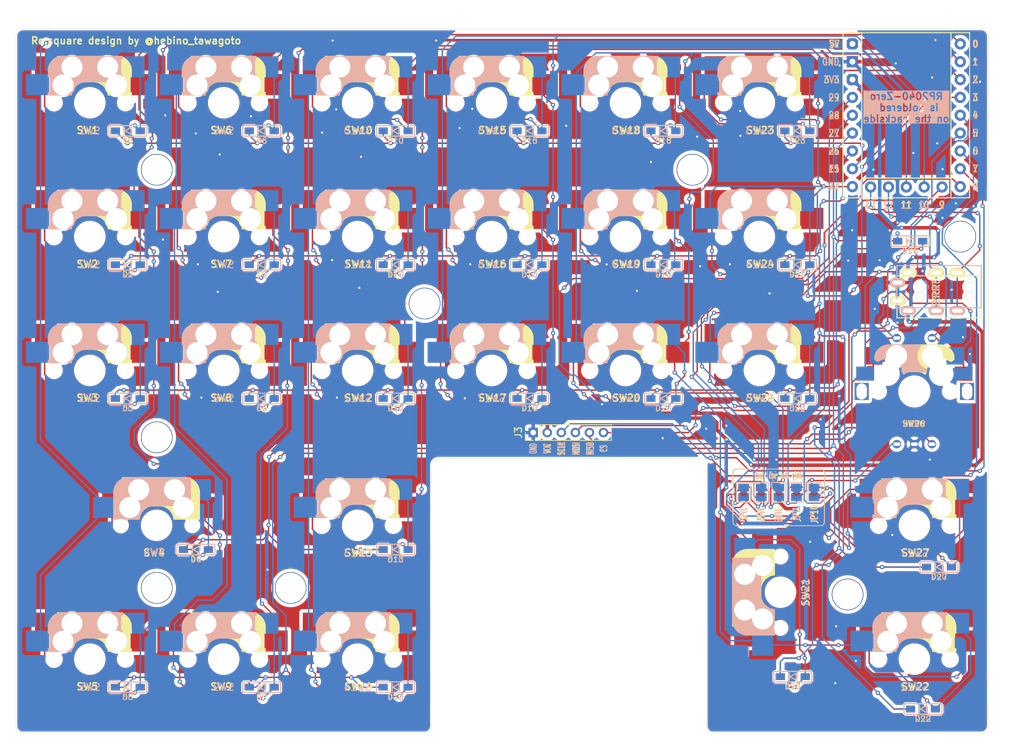
<source format=kicad_pcb>
(kicad_pcb (version 20241229) (generator "pcbnew") (generator_version "9.0")
  (layers (0 "F.Cu" signal) (2 "B.Cu" signal) (13 "F.Paste" user) (15 "B.Paste" user) (5 "F.SilkS" user "F.Silkscreen") (7 "B.SilkS" user "B.Silkscreen") (1 "F.Mask" user) (3 "B.Mask" user) (25 "Edge.Cuts" user))
  (net 0 "")
  (net 1 "Net-(D1-A)")
  (net 2 "Row4")
  (net 3 "Row0")
  (net 4 "Net-(D2-A)")
  (net 5 "Row1")
  (net 6 "Net-(D3-A)")
  (net 7 "Net-(D4-A)")
  (net 8 "Row2")
  (net 9 "Row3")
  (net 10 "Net-(D5-A)")
  (net 11 "Net-(D6-A)")
  (net 12 "Net-(D7-A)")
  (net 13 "Net-(D8-A)")
  (net 14 "Net-(D9-A)")
  (net 15 "Net-(D10-A)")
  (net 16 "Net-(D11-A)")
  (net 17 "Net-(D12-A)")
  (net 18 "Net-(D13-A)")
  (net 19 "Net-(D14-A)")
  (net 20 "Net-(D15-A)")
  (net 21 "Net-(D16-A)")
  (net 22 "Net-(D17-A)")
  (net 23 "Net-(D18-A)")
  (net 24 "Net-(D19-A)")
  (net 25 "Net-(D20-A)")
  (net 26 "Net-(D21-A)")
  (net 27 "Net-(D22-A)")
  (net 28 "Net-(D23-A)")
  (net 29 "Net-(D24-A)")
  (net 30 "Net-(D25-A)")
  (net 31 "Net-(D26-A)")
  (net 32 "Net-(D27-A)")
  (net 33 "GND")
  (net 34 "/MOSI")
  (net 35 "/MISO")
  (net 36 "VCC")
  (net 37 "/CS1")
  (net 38 "/SCLK")
  (net 39 "Data_SCL")
  (net 40 "SDA")
  (net 41 "ro1")
  (net 42 "Col0")
  (net 43 "ro0")
  (net 44 "Col1")
  (net 45 "Col2")
  (net 46 "Col3")
  (net 47 "Col4")
  (net 48 "Col5")
  (net 50 "Net-(JP1-B)")
  (net 51 "Net-(JP2-B)")
  (net 52 "JP0")
  (net 53 "Net-(JP7-A)")
  (net 54 "Net-(JP10-A)")
  (footprint "kbd_Parts:Diode_SMD_Rev" (layer "F.Cu") (at 176.2 131.7)
    (property "Reference" "D21")
    (property "Value" "D" (hide yes))
  )
  (footprint "kbd_Parts:Diode_SMD_Rev" (layer "F.Cu") (at 138.75 92.1)
    (property "Reference" "D17")
    (property "Value" "D" (hide yes))
  )
  (footprint "hebitawa:CherryMX_Hotswap_1u_rev" (layer "F.Cu") (at 193.5 110.15)
    (property "Reference" "SW27")
    (property "Value" "SW_Push" (hide yes))
  )
  (footprint "hebitawa:CherryMX_Hotswap_2u_rev" (layer "F.Cu") (at 85.7 110.15)
    (property "Reference" "SW4" (hide yes))
    (property "Value" "SW_Push" (hide yes))
  )
  (footprint "kbd_Hole:m2_Spacer_Hole" (layer "F.Cu") (at 184 120)
    (property "Reference" "J7")
    (property "Value" "Conn_01x01")
  )
  (footprint "hebitawa:CherryMX_Hotswap_1u_rev" (layer "F.Cu") (at 95.25 50)
    (property "Reference" "SW6")
    (property "Value" "SW_Push" (hide yes))
  )
  (footprint "Jumper:SolderJumper-2_P1.3mm_Open_TrianglePad1.0x1.5mm" (layer "F.Cu") (at 171.695 105.45 90)
    (property "Reference" "JP4")
    (property "Value" "Jumper_2_Open" (hide yes))
  )
  (footprint "kbd_Parts:Diode_SMD_Rev" (layer "F.Cu") (at 157.8 54)
    (property "Reference" "D18")
    (property "Value" "D" (hide yes))
  )
  (footprint "kbd_Parts:Diode_SMD_Rev" (layer "F.Cu") (at 138.75 73.05)
    (property "Reference" "D16")
    (property "Value" "D" (hide yes))
  )
  (footprint "isw-kbd:RP2040-Zero" (layer "F.Cu") (at 192.355 51.78)
    (property "Reference" "U1" (hide yes))
    (property "Value" "RP2040-Zero" (hide yes))
  )
  (footprint "kbd_Parts:Diode_SMD_Rev" (layer "F.Cu") (at 100.65 73.05)
    (property "Reference" "D7")
    (property "Value" "D" (hide yes))
  )
  (footprint "kbd_Parts:Diode_SMD_Rev" (layer "F.Cu") (at 119.7 92.1)
    (property "Reference" "D12")
    (property "Value" "D" (hide yes))
  )
  (footprint "hebitawa:CherryMX_Hotswap_1u_rev" (layer "F.Cu") (at 171.45 88.1)
    (property "Reference" "SW25")
    (property "Value" "SW_Push" (hide yes))
  )
  (footprint "kbd_Parts:Diode_SMD_Rev" (layer "F.Cu") (at 194.725 136.3)
    (property "Reference" "D22")
    (property "Value" "D" (hide yes))
  )
  (footprint "hebitawa:CherryMX_Hotswap_1u_rev" (layer "F.Cu") (at 76.2 129.2)
    (property "Reference" "SW5")
    (property "Value" "SW_Push" (hide yes))
  )
  (footprint "kbd_Parts:Diode_SMD_Rev" (layer "F.Cu") (at 81.6 54)
    (property "Reference" "D1")
    (property "Value" "D" (hide yes))
  )
  (footprint "hebitawa:CherryMX_Hotswap_1u_rev" (layer "F.Cu") (at 133.35 50)
    (property "Reference" "SW15")
    (property "Value" "SW_Push" (hide yes))
  )
  (footprint "kbd_Hole:m2_Spacer_Hole" (layer "F.Cu") (at 161.925 59.5312)
    (property "Reference" "J10")
    (property "Value" "Conn_01x01")
  )
  (footprint "kbd_Parts:Diode_SMD_Rev" (layer "F.Cu") (at 119.7 54)
    (property "Reference" "D10")
    (property "Value" "D" (hide yes))
  )
  (footprint "Jumper:SolderJumper-2_P1.3mm_Open_TrianglePad1.0x1.5mm" (layer "F.Cu") (at 179.225 105.45 90)
    (property "Reference" "JP10")
    (property "Value" "Jumper_2_Open" (hide yes))
  )
  (footprint "kbd_Parts:Diode_SMD_Rev" (layer "F.Cu") (at 81.6 92.1)
    (property "Reference" "D3")
    (property "Value" "D" (hide yes))
  )
  (footprint "kbd_Hole:m2_Spacer_Hole" (layer "F.Cu") (at 123.825 78.5812)
    (property "Reference" "J9")
    (property "Value" "Conn_01x01")
  )
  (footprint "hebitawa:CherryMX_Hotswap_1u_rev" (layer "F.Cu") (at 133.35 69.05)
    (property "Reference" "SW16")
    (property "Value" "SW_Push" (hide yes))
  )
  (footprint "kbd_Parts:Diode_SMD_Rev" (layer "F.Cu") (at 176.85 54)
    (property "Reference" "D23")
    (property "Value" "D" (hide yes))
  )
  (footprint "hebitawa:CherryMX_Hotswap_1u_rev" (layer "F.Cu") (at 95.25 69.05)
    (property "Reference" "SW7")
    (property "Value" "SW_Push" (hide yes))
  )
  (footprint "kbd_Parts:Diode_SMD_Rev" (layer "F.Cu") (at 157.8 73.05)
    (property "Reference" "D19")
    (property "Value" "D" (hide yes))
  )
  (footprint "hebitawa:CherryMX_Hotswap_1u_rev" (layer "F.Cu") (at 76.2 69.05)
    (property "Reference" "SW2")
    (property "Value" "SW_Push" (hide yes))
  )
  (footprint "hebitawa:CherryMX_Hotswap_1u_rev" (layer "F.Cu") (at 114.3 129.2)
    (property "Reference" "SW14")
    (property "Value" "SW_Push" (hide yes))
  )
  (footprint "kbd_Hole:m2_Spacer_Hole" (layer "F.Cu") (at 85.725 59.5312)
    (property "Reference" "J1")
    (property "Value" "Conn_01x01")
  )
  (footprint "hebitawa:CherryMX_Hotswap_1u_rev" (layer "F.Cu") (at 114.3 50)
    (property "Reference" "SW10")
    (property "Value" "SW_Push" (hide yes))
  )
  (footprint "hebitawa:CherryMX_Hotswap_1u_rev" (layer "F.Cu") (at 171.45 50)
    (property "Reference" "SW23")
    (property "Value" "SW_Push" (hide yes))
  )
  (footprint "hebitawa:CherryMX_Hotswap_1u_rev" (layer "F.Cu") (at 76.2 88.1)
    (property "Reference" "SW3")
    (property "Value" "SW_Push" (hide yes))
  )
  (footprint "Jumper:SolderJumper-2_P1.3mm_Open_TrianglePad1.0x1.5mm" (layer "F.Cu") (at 174.215 105.45 90)
    (property "Reference" "JP5")
    (property "Value" "Jumper_2_Open" (hide yes))
  )
  (footprint "kbd_Hole:m2_Spacer_Hole" (layer "F.Cu") (at 104.775 119.0625)
    (property "Reference" "J12")
    (property "Value" "Conn_01x01")
  )
  (footprint "hebitawa:CherryMX_Hotswap_1u_rev" (layer "F.Cu") (at 114.3 88.1)
    (property "Reference" "SW12")
    (property "Value" "SW_Push" (hide yes))
  )
  (footprint "kbd_Hole:m2_Spacer_Hole" (layer "F.Cu") (at 200.025 69.0562)
    (property "Reference" "J11")
    (property "Value" "Conn_01x01")
  )
  (footprint "kbd_Parts:TRRS_MJ-4PP-9" (layer "F.Cu") (at 196.9 76.2 -90)
    (property "Reference" "J6")
    (property "Value" "TRRS" (hide yes))
  )
  (footprint "kbd_Parts:Diode_SMD_Rev" (layer "F.Cu") (at 100.65 54)
    (property "Reference" "D6")
    (property "Value" "D" (hide yes))
  )
  (footprint "hebitawa:CherryMX_Hotswap_1u_rev" (layer "F.Cu") (at 171.45 69.05)
    (property "Reference" "SW24")
    (property "Value" "SW_Push" (hide yes))
  )
  (footprint "hebitawa:CherryMX_Hotswap_1u_rev" (layer "F.Cu") (at 95.25 129.2)
    (property "Reference" "SW9")
    (property "Value" "SW_Push" (hide yes))
  )
  (footprint "hebitawa:CherryMX_Hotswap_1u_rev" (layer "F.Cu") (at 133.35 88.1)
    (property "Reference" "SW17")
    (property "Value" "SW_Push" (hide yes))
  )
  (footprint "kbd_Hole:m2_Spacer_Hole" (layer "F.Cu") (at 85.725 119.0625)
    (property "Reference" "J8")
    (property "Value" "Conn_01x01")
  )
  (footprint "hebitawa:CherryMX_Hotswap_1u_rev" (layer "F.Cu") (at 114.3 110.15)
    (property "Reference" "SW13")
    (property "Value" "SW_Push" (hide yes))
  )
  (footprint "hebitawa:CherryMX_Hotswap_1u_rev" (layer "F.Cu") (at 152.4 69.05)
    (property "Reference" "SW19")
    (property "Value" "SW_Push" (hide yes))
  )
  (footprint "kbd_Parts:Diode_SMD_Rev" (layer "F.Cu") (at 91.3 113.6)
    (property "Reference" "D4")
    (property "Value" "D" (hide yes))
  )
  (footprint "kbd_Hole:m2_Spacer_Hole" (layer "F.Cu") (at 85.725 97.6312)
    (property "Reference" "J2")
    (property "Value" "Conn_01x01")
  )
  (footprint "kbd_Parts:Diode_SMD_Rev" (layer "F.Cu") (at 157.8 92.1)
    (property "Reference" "D20")
    (property "Value" "D" (hide yes))
  )
  (footprint "kbd_Parts:Diode_SMD_Rev" (layer "F.Cu") (at 176.85 73.05)
    (property "Reference" "D24")
    (property "Value" "D" (hide yes))
  )
  (footprint "hebitawa:CherryMX_Hotswap_1u_rev" (layer "F.Cu") (at 193.5 129.2)
    (property "Reference" "SW22")
    (property "Value" "SW_Push" (hide yes))
  )
  (footprint "kbd_Parts:Diode_SMD_Rev" (layer "F.Cu") (at 119.7 73.05)
    (property "Reference" "D11")
    (property "Value" "D" (hide yes))
  )
  (footprint "hebitawa:CherryMX_Hotswap_1u_rev" (layer "F.Cu") (at 114.3 69.05)
    (property "Reference" "SW11")
    (property "Value" "SW_Push" (hide yes))
  )
  (footprint "kbd_Parts:Diode_SMD_Rev" (layer "F.Cu") (at 119.7 113.6)
    (property "Reference" "D13")
    (property "Value" "D" (hide yes))
  )
  (footprint "Jumper:SolderJumper-2_P1.3mm_Open_TrianglePad1.0x1.5mm" (layer "F.Cu") (at 169.195 105.45 90)
    (property "Reference" "JP1")
    (property "Value" "Jumper_2_Open" (hide yes))
  )
  (footprint "Connector_PinHeader_2.00mm:PinHeader_1x06_P2.00mm_Vertical" (layer "F.Cu") (at 139.275 96.95 90)
    (property "Reference" "J3")
    (property "Value" "Conn_01x06_Socket")
  )
  (footprint "kbd_Parts:Diode_SMD_Rev" (layer "F.Cu") (at 119.7 133.2)
    (property "Reference" "D14")
    (property "Value" "D" (hide yes))
  )
  (footprint "kbd_Parts:Diode_SMD_Rev" (layer "F.Cu") (at 197 116.1)
    (property "Reference" "D27")
    (property "Value" "D" (hide yes))
  )
  (footprint "hebitawa:CherryMX_Hotswap_1u_rev" (layer "F.Cu") (at 152.4 50)
    (property "Reference" "SW18")
    (property "Value" "SW_Push" (hide yes))
  )
  (footprint "kbd_Parts:Diode_SMD_Rev" (layer "F.Cu") (at 100.65 133.2)
    (property "Reference" "D9")
    (property "Value" "D" (hide yes))
  )
  (footprint "Jumper:SolderJumper-2_P1.3mm_Open_TrianglePad1.0x1.5mm" (layer "F.Cu") (at 176.725 105.45 90)
    (property "Reference" "JP7")
    (property "Value" "Jumper_2_Open" (hide yes))
  )
  (footprint "kbd_Parts:Diode_SMD_Rev" (layer "F.Cu") (at 192.9 69.7)
    (property "Reference" "D26")
    (property "Value" "D" (hide yes))
  )
  (footprint "kbd_Parts:Diode_SMD_Rev" (layer "F.Cu") (at 138.75 54)
    (property "Reference" "D15")
    (property "Value" "D" (hide yes))
  )
  (footprint "kbd_Parts:Diode_SMD_Rev" (layer "F.Cu") (at 81.6 73.05)
    (property "Reference" "D2")
    (property "Value" "D" (hide yes))
  )
  (footprint "kbd_Parts:Diode_SMD_Rev" (layer "F.Cu") (at 176.85 92.1)
    (property "Reference" "D25")
    (property "Value" "D" (hide yes))
  )
  (footprint "hebitawa:CherryMX_Hotswap_1u_rev" (layer "F.Cu") (at 76.2 50)
    (property "Reference" "SW1")
    (property "Value" "SW_Push" (hide yes))
  )
  (footprint "kbd_Parts:Diode_SMD_Rev" (layer "F.Cu") (at 81.6 133.2)
    (property "Reference" "D5")
    (property "Value" "D" (hide yes))
  )
  (footprint "hebitawa:CherryMX_Hotswap_1u_rev" (layer "F.Cu") (at 95.25 88.1)
    (property "Reference" "SW8")
    (property "Value" "SW_Push" (hide yes))
  )
  (footprint "hebitawa:keyswitch_cherrymx_hotswap_1u_rotary_encoder_ec12_rev" (layer "F.Cu") (at 193.5 91.1)
    (property "Reference" "SW26")
    (property "Value" "RotaryEncoder_Switch" (hide yes))
  )
  (footprint "hebitawa:CherryMX_Hotswap_2u_rev" (layer "F.Cu") (at 174.45 119.675 90)
    (property "Reference" "SW21")
    (property "Value" "SW_Push" (hide yes))
  )
  (footprint "hebitawa:CherryMX_Hotswap_1u_rev" (layer "F.Cu") (at 152.4 88.1)
    (property "Reference" "SW20")
    (property "Value" "SW_Push" (hide yes))
  )
  (footprint "kbd_Parts:Diode_SMD_Rev" (layer "F.Cu") (at 100.65 92.1)
    (property "Reference" "D8")
    (property "Value" "D" (hide yes))
  )
  (footprint "Jumper:SolderJumper-2_P1.3mm_Open_TrianglePad1.0x1.5mm" (layer "B.Cu") (at 176.725 105.45 -90)
    (property "Reference" "JP8")
    (property "Value" "Jumper_2_Open" (hide yes))
  )
  (footprint "Jumper:SolderJumper-2_P1.3mm_Open_TrianglePad1.0x1.5mm" (layer "B.Cu") (at 171.725 105.45 -90)
    (property "Reference" "JP3")
    (property "Value" "Jumper_2_Open" (hide yes))
  )
  (footprint "Jumper:SolderJumper-2_P1.3mm_Open_TrianglePad1.0x1.5mm" (layer "B.Cu") (at 179.225 105.45 -90)
    (property "Reference" "JP9")
    (property "Value" "Jumper_2_Open" (hide yes))
  )
  (footprint "Jumper:SolderJumper-2_P1.3mm_Open_TrianglePad1.0x1.5mm" (layer "B.Cu") (at 174.225 105.45 -90)
    (property "Reference" "JP6")
    (property "Value" "Jumper_2_Open" (hide yes))
  )
  (footprint "Jumper:SolderJumper-2_P1.3mm_Open_TrianglePad1.0x1.5mm" (layer "B.Cu") (at 169.225 105.45 -90)
    (property "Reference" "JP2")
    (property "Value" "Jumper_2_Open" (hide yes))
  )
  (gr_line (start 180.675 102.63) (end 180.675 109.71) (stroke (width 0.1)) (layer "F.SilkS"))
  (gr_arc (start 180.675 109.71) (mid 180.528553 110.063553) (end 180.175 110.21) (stroke (width 0.1)) (layer "F.SilkS"))
  (gr_arc (start 168.175 110.2) (mid 167.821447 110.053553) (end 167.675 109.7) (stroke (width 0.1)) (layer "F.SilkS"))
  (gr_arc (start 180.175 102.13) (mid 180.528553 102.276447) (end 180.675 102.63) (stroke (width 0.1)) (layer "F.SilkS"))
  (gr_line (start 180.175 110.21) (end 168.175 110.2) (stroke (width 0.1)) (layer "F.SilkS"))
  (gr_line (start 168.175 102.13) (end 180.175 102.13) (stroke (width 0.1)) (layer "F.SilkS"))
  (gr_arc (start 167.675 102.63) (mid 167.821447 102.276447) (end 168.175 102.13) (stroke (width 0.1)) (layer "F.SilkS"))
  (gr_line (start 167.675 109.71) (end 167.675 102.63) (stroke (width 0.1)) (layer "F.SilkS"))
  (gr_arc (start 167.721447 102.653553) (mid 167.867894 102.3) (end 168.221447 102.153553) (stroke (width 0.1)) (layer "B.SilkS"))
  (gr_line (start 168.221447 110.233553) (end 180.221447 110.223553) (stroke (width 0.1)) (layer "B.SilkS"))
  (gr_line (start 180.221447 102.153553) (end 168.221447 102.153553) (stroke (width 0.1)) (layer "B.SilkS"))
  (gr_arc (start 168.221447 110.233553) (mid 167.867894 110.087106) (end 167.721447 109.733553) (stroke (width 0.1)) (layer "B.SilkS"))
  (gr_arc (start 180.221447 102.153553) (mid 180.575 102.3) (end 180.721447 102.653553) (stroke (width 0.1)) (layer "B.SilkS"))
  (gr_arc (start 180.721447 109.723553) (mid 180.575 110.077106) (end 180.221447 110.223553) (stroke (width 0.1)) (layer "B.SilkS"))
  (gr_line (start 167.721447 102.653553) (end 167.721447 109.733553) (stroke (width 0.1)) (layer "B.SilkS"))
  (gr_line (start 180.721447 109.733553) (end 180.721447 102.653553) (stroke (width 0.1)) (layer "B.SilkS"))
  (gr_line (start 164.9 139.7) (end 203 139.7) (stroke (width 0.05)) (layer "Edge.Cuts"))
  (gr_arc (start 164.9 139.7) (mid 164.192893 139.407107) (end 163.9 138.7) (stroke (width 0.05)) (layer "Edge.Cuts"))
  (gr_arc (start 204 138.7) (mid 203.707107 139.407107) (end 203 139.7) (stroke (width 0.05)) (layer "Edge.Cuts"))
  (gr_arc (start 124.8 138.7) (mid 124.502526 139.407551) (end 123.792893 139.700025) (stroke (width 0.05)) (layer "Edge.Cuts"))
  (gr_line (start 125.8 100.6) (end 162.9 100.6) (stroke (width 0.05)) (layer "Edge.Cuts"))
  (gr_line (start 204 138.7) (end 204 40.5) (stroke (width 0.05)) (layer "Edge.Cuts"))
  (gr_arc (start 65.7 40.507107) (mid 65.994975 39.794975) (end 66.707107 39.5) (stroke (width 0.05)) (layer "Edge.Cuts"))
  (gr_arc (start 66.7 139.7) (mid 65.994975 139.405061) (end 65.7 138.700051) (stroke (width 0.05)) (layer "Edge.Cuts"))
  (gr_line (start 163.9 101.6) (end 163.9 138.7) (stroke (width 0.05)) (layer "Edge.Cuts"))
  (gr_arc (start 162.892893 100.6) (mid 163.605025 100.894975) (end 163.9 101.607107) (stroke (width 0.05)) (layer "Edge.Cuts"))
  (gr_arc (start 124.8 101.6) (mid 125.092893 100.892893) (end 125.8 100.6) (stroke (width 0.05)) (layer "Edge.Cuts"))
  (gr_line (start 66.7 139.699999) (end 123.8 139.7) (stroke (width 0.05)) (layer "Edge.Cuts"))
  (gr_line (start 65.7 40.5) (end 65.700001 138.7) (stroke (width 0.05)) (layer "Edge.Cuts"))
  (gr_line (start 124.8 138.7) (end 124.8 101.6) (stroke (width 0.05)) (layer "Edge.Cuts"))
  (gr_line (start 203 39.5) (end 66.707107 39.5) (stroke (width 0.05)) (layer "Edge.Cuts"))
  (gr_arc (start 202.992893 39.5) (mid 203.705025 39.794975) (end 204 40.507107) (stroke (width 0.05)) (layer "Edge.Cuts"))
  (gr_text "GND" (at 139.3 99.225 90) (layer "F.SilkS") (effects (font (size 1 0.5) (thickness 0.12) (bold yes))))
  (gr_text "Re:square design by @hebino_tawagoto" (at 67.725 41.75 0) (layer "F.SilkS") (effects (font (size 1 1) (thickness 0.2) (bold yes)) (justify left bottom)))
  (gr_text "SCLK" (at 143.3 99.225 90) (layer "F.SilkS") (effects (font (size 1 0.5) (thickness 0.12) (bold yes))))
  (gr_text "CS" (at 149.3 99.225 90) (layer "F.SilkS") (effects (font (size 1 0.5) (thickness 0.12) (bold yes))))
  (gr_text "MOSI" (at 145.4 99.225 90) (layer "F.SilkS") (effects (font (size 1 0.5) (thickness 0.12) (bold yes))))
  (gr_text "Only the left side" (at 170.75 103.625 0) (layer "F.SilkS") (effects (font (size 1 0.5) (thickness 0.1)) (justify left bottom)))
  (gr_text "VCC" (at 141.3 99.225 90) (layer "F.SilkS") (effects (font (size 1 0.5) (thickness 0.12) (bold yes))))
  (gr_text "MISO" (at 147.4 99.225 90) (layer "F.SilkS") (effects (font (size 1 0.5) (thickness 0.12) (bold yes))))
  (gr_text "SW21" (at 178.1 119.8 90) (layer "B.SilkS") (effects (font (size 1 1)) (justify mirror)))
  (gr_text "SCLK" (at 143.3 99.225 90) (layer "B.SilkS") (effects (font (size 1 0.5) (thickness 0.12) (bold yes)) (justify mirror)))
  (gr_text "MOSI" (at 145.4 99.225 90) (layer "B.SilkS") (effects (font (size 1 0.5) (thickness 0.12) (bold yes)) (justify mirror)))
  (gr_text "MISO" (at 147.4 99.225 90) (layer "B.SilkS") (effects (font (size 1 0.5) (thickness 0.12) (bold yes)) (justify mirror)))
  (gr_text "VCC" (at 141.3 99.225 90) (layer "B.SilkS") (effects (font (size 1 0.5) (thickness 0.12) (bold yes)) (justify mirror)))
  (gr_text "GND" (at 139.3 99.225 90) (layer "B.SilkS") (effects (font (size 1 0.5) (thickness 0.12) (bold yes)) (justify mirror)))
  (gr_text "RP2040-Zero\nis soldered \non the backside" (at 192.355 52.88 0) (layer "B.SilkS" knockout) (effects (font (size 1 1) (thickness 0.2) (bold yes)) (justify bottom mirror)))
  (gr_text "SW26" (at 193.5 95.7 0) (layer "B.SilkS") (effects (font (size 0.8 0.8) (thickness 0.16) (bold yes)) (justify mirror)))
  (gr_text "CS" (at 149.3 99.225 90) (layer "B.SilkS") (effects (font (size 1 0.5) (thickness 0.12) (bold yes)) (justify mirror)))
  (gr_text "Only the right side" (at 177.8 103.6 0) (layer "B.SilkS") (effects (font (size 1 0.5) (thickness 0.1)) (justify left bottom mirror)))
  (gr_text "SW4" (at 87 114.6 0) (layer "B.SilkS") (effects (font (size 1 1) (thickness 0.2) (bold yes)) (justify left bottom mirror)))
  (segment (start 69.769 50.5596) (end 69.769 45.611) (width 0.2) (layer "F.Cu") (net 1))
  (segment (start 82.599 53.224) (end 83.375 54) (width 0.2) (layer "F.Cu") (net 1))
  (segment (start 82.599 53.224) (end 72.4334 53.224) (width 0.2) (layer "F.Cu") (net 1))
  (segment (start 69.769 45.611) (end 70.5 44.88) (width 0.2) (layer "F.Cu") (net 1))
  (segment (start 72.4334 53.224) (end 69.769 50.5596) (width 0.2) (layer "F.Cu") (net 1))
  (via (at 82.599 53.224) (size 0.6) (drill 0.3) (layers "F.Cu" "B.Cu") (net 1))
  (segment (start 83.375 46.355) (end 81.9 44.88) (width 0.2) (layer "B.Cu") (net 1))
  (segment (start 83.375 54) (end 83.375 46.355) (width 0.2) (layer "B.Cu") (net 1))
  (segment (start 83.375 54) (end 82.599 53.224) (width 0.2) (layer "B.Cu") (net 1))
  (segment (start 101.2 131.8) (end 99.6 131.8) (width 0.2) (layer "F.Cu") (net 2))
  (segment (start 99.6 131.8) (end 82.5 131.8) (width 0.2) (layer "F.Cu") (net 2))
  (segment (start 98.875 132.525) (end 99.6 131.8) (width 0.2) (layer "F.Cu") (net 2))
  (segment (start 114.8 131.8) (end 116.2 133.2) (width 0.2) (layer "F.Cu") (net 2))
  (segment (start 105.2 131.8) (end 113.4 131.8) (width 0.2) (layer "F.Cu") (net 2))
  (segment (start 81.225 131.8) (end 79.825 133.2) (width 0.2) (layer "F.Cu") (net 2))
  (segment (start 82.5 131.8) (end 81.225 131.8) (width 0.2) (layer "F.Cu") (net 2))
  (segment (start 104.1 130.7) (end 103 131.8) (width 0.2) (layer "F.Cu") (net 2))
  (segment (start 103 131.8) (end 101.2 131.8) (width 0.2) (layer "F.Cu") (net 2))
  (segment (start 181.4 99.9) (end 103.8 99.9) (width 0.2) (layer "F.Cu") (net 2))
  (segment (start 98.875 133.2) (end 98.875 132.525) (width 0.2) (layer "F.Cu") (net 2))
  (segment (start 185.5 116.1) (end 188.9 116.1) (width 0.2) (layer "F.Cu") (net 2))
  (segment (start 104.1 130.7) (end 105.2 131.8) (width 0.2) (layer "F.Cu") (net 2))
  (segment (start 188.3 134) (end 190.6 136.3) (width 0.2) (layer "F.Cu") (net 2))
  (segment (start 113.4 131.8) (end 114.8 131.8) (width 0.2) (layer "F.Cu") (net 2))
  (segment (start 116.2 133.2) (end 117.925 133.2) (width 0.2) (layer "F.Cu") (net 2))
  (segment (start 188.9 116.1) (end 195.225 116.1) (width 0.2) (layer "F.Cu") (net 2))
  (segment (start 103.8 99.9) (end 103.3 100.4) (width 0.2) (layer "F.Cu") (net 2))
  (segment (start 190.6 136.3) (end 192.95 136.3) (width 0.2) (layer "F.Cu") (net 2))
  (segment (start 182.8 113.4) (end 185.5 116.1) (width 0.2) (layer "F.Cu") (net 2))
  (via (at 113.4 131.8) (size 0.6) (drill 0.3) (layers "F.Cu" "B.Cu") (net 2))
  (via (at 82.5 131.8) (size 0.6) (drill 0.3) (layers "F.Cu" "B.Cu") (net 2))
  (via (at 188.3 134) (size 0.6) (drill 0.3) (layers "F.Cu" "B.Cu") (net 2))
  (via (at 104.1 130.7) (size 0.6) (drill 0.3) (layers "F.Cu" "B.Cu") (net 2))
  (via (at 181.4 99.9) (size 0.6) (drill 0.3) (layers "F.Cu" "B.Cu") (net 2))
  (via (at 188.9 116.1) (size 0.6) (drill 0.3) (layers "F.Cu" "B.Cu") (net 2))
  (via (at 101.2 131.8) (size 0.6) (drill 0.3) (layers "F.Cu" "B.Cu") (net 2))
  (via (at 182.8 113.4) (size 0.6) (drill 0.3) (layers "F.Cu" "B.Cu") (net 2))
  (via (at 103.3 100.4) (size 0.6) (drill 0.3) (layers "F.Cu" "B.Cu") (net 2))
  (segment (start 114.8 133.2) (end 117.925 133.2) (width 0.2) (layer "B.Cu") (net 2))
  (segment (start 81.1 133.2) (end 79.825 133.2) (width 0.2) (layer "B.Cu") (net 2))
  (segment (start 103.3 100.4) (end 102.224 101.476) (width 0.2) (layer "B.Cu") (net 2))
  (segment (start 181.4 52.525) (end 181.4 99.9) (width 0.2) (layer "B.Cu") (net 2))
  (segment (start 180.4 115.8) (end 180.4 126.1) (width 0.2) (layer "B.Cu") (net 2))
  (segment (start 182.8 101.3) (end 182.8 113.4) (width 0.2) (layer "B.Cu") (net 2))
  (segment (start 102.224 121.152) (end 104.1 123.028) (width 0.2) (layer "B.Cu") (net 2))
  (segment (start 188.3 134) (end 190.6 136.3) (width 0.2) (layer "B.Cu") (net 2))
  (segment (start 102.224 101.476) (end 102.224 121.152) (width 0.2) (layer "B.Cu") (net 2))
  (segment (start 99.8 133.2) (end 98.875 133.2) (width 0.2) (layer "B.Cu") (net 2))
  (segment (start 190.6 136.3) (end 192.95 136.3) (width 0.2) (layer "B.Cu") (net 2))
  (segment (start 181.4 99.9) (end 182.8 101.3) (width 0.2) (layer "B.Cu") (net 2))
  (segment (start 188.9 116.1) (end 195.225 116.1) (width 0.2) (layer "B.Cu") (net 2))
  (segment (start 101.2 131.8) (end 99.8 133.2) (width 0.2) (layer "B.Cu") (net 2))
  (segment (start 180.4 126.1) (end 188.3 134) (width 0.2) (layer "B.Cu") (net 2))
  (segment (start 82.5 131.8) (end 81.1 133.2) (width 0.2) (layer "B.Cu") (net 2))
  (segment (start 104.1 123.028) (end 104.1 130.7) (width 0.2) (layer "B.Cu") (net 2))
  (segment (start 184.685 49.24) (end 181.4 52.525) (width 0.2) (layer "B.Cu") (net 2))
  (segment (start 182.8 113.4) (end 180.4 115.8) (width 0.2) (layer "B.Cu") (net 2))
  (segment (start 113.4 131.8) (end 114.8 133.2) (width 0.2) (layer "B.Cu") (net 2))
  (segment (start 136.975 54) (end 136.975 54.834) (width 0.2) (layer "F.Cu") (net 3))
  (segment (start 117.925 54) (end 117.925 54.684) (width 0.2) (layer "F.Cu") (net 3))
  (segment (start 98.875 54.634) (end 100 55.759) (width 0.2) (layer "F.Cu") (net 3))
  (segment (start 175.075 54) (end 175.075 54.934) (width 0.2) (layer "F.Cu") (net 3))
  (segment (start 100 55.759) (end 81.584 55.759) (width 0.2) (layer "F.Cu") (net 3))
  (segment (start 157.059 55.759) (end 137.9 55.759) (width 0.2) (layer "F.Cu") (net 3))
  (segment (start 119 55.759) (end 100 55.759) (width 0.2) (layer "F.Cu") (net 3))
  (segment (start 81.584 55.759) (end 79.825 54) (width 0.2) (layer "F.Cu") (net 3))
  (segment (start 137.9 55.759) (end 119 55.759) (width 0.2) (layer "F.Cu") (net 3))
  (segment (start 117.925 54.684) (end 119 55.759) (width 0.2) (layer "F.Cu") (net 3))
  (segment (start 175.9 55.759) (end 157.1 55.759) (width 0.2) (layer "F.Cu") (net 3))
  (segment (start 136.975 54.834) (end 137.9 55.759) (width 0.2) (layer "F.Cu") (net 3))
  (segment (start 186.1 56.1) (end 185.759 55.759) (width 0.2) (layer "F.Cu") (net 3))
  (segment (start 98.875 54) (end 98.875 54.634) (width 0.2) (layer "F.Cu") (net 3))
  (segment (start 185.759 55.759) (end 175.9 55.759) (width 0.2) (layer "F.Cu") (net 3))
  (segment (start 156.025 54.725) (end 157.059 55.759) (width 0.2) (layer "F.Cu") (net 3))
  (segment (start 175.075 54.934) (end 175.9 55.759) (width 0.2) (layer "F.Cu") (net 3))
  (segment (start 157.059 55.759) (end 157.1 55.759) (width 0.2) (layer "F.Cu") (net 3))
  (segment (start 157.1 55.759) (end 157.059 55.759) (width 0.2) (layer "F.Cu") (net 3))
  (segment (start 156.025 54) (end 156.025 54.725) (width 0.2) (layer "F.Cu") (net 3))
  (via (at 81.584 55.759) (size 0.6) (drill 0.3) (layers "F.Cu" "B.Cu") (net 3))
  (via (at 137.9 55.759) (size 0.6) (drill 0.3) (layers "F.Cu" "B.Cu") (net 3))
  (via (at 119 55.759) (size 0.6) (drill 0.3) (layers "F.Cu" "B.Cu") (net 3))
  (via (at 186.1 56.1) (size 0.6) (drill 0.3) (layers "F.Cu" "B.Cu") (net 3))
  (via (at 175.9 55.759) (size 0.6) (drill 0.3) (layers "F.Cu" "B.Cu") (net 3))
  (via (at 100 55.759) (size 0.6) (drill 0.3) (layers "F.Cu" "B.Cu") (net 3))
  (via (at 157.059 55.759) (size 0.6) (drill 0.3) (layers "F.Cu" "B.Cu") (net 3))
  (segment (start 175.075 54) (end 175.075 54.934) (width 0.2) (layer "B.Cu") (net 3))
  (segment (start 79.825 54) (end 81.584 55.759) (width 0.2) (layer "B.Cu") (net 3))
  (segment (start 156.025 54.725) (end 157.059 55.759) (width 0.2) (layer "B.Cu") (net 3))
  (segment (start 117.925 54.684) (end 119 55.759) (width 0.2) (layer "B.Cu") (net 3))
  (segment (start 98.875 54.634) (end 100 55.759) (width 0.2) (layer "B.Cu") (net 3))
  (segment (start 184.685 59.4) (end 186.1 57.985) (width 0.2) (layer "B.Cu") (net 3))
  (segment (start 117.925 54) (end 117.925 54.684) (width 0.2) (layer "B.Cu") (net 3))
  (segment (start 156.025 54) (end 156.025 54.725) (width 0.2) (layer "B.Cu") (net 3))
  (segment (start 186.1 57.985) (end 186.1 56.1) (width 0.2) (layer "B.Cu") (net 3))
  (segment (start 136.975 54.834) (end 137.9 55.759) (width 0.2) (layer "B.Cu") (net 3))
  (segment (start 175.075 54.934) (end 175.9 55.759) (width 0.2) (layer "B.Cu") (net 3))
  (segment (start 136.975 54) (end 136.975 54.834) (width 0.2) (layer "B.Cu") (net 3))
  (segment (start 98.875 54) (end 98.875 54.634) (width 0.2) (layer "B.Cu") (net 3))
  (segment (start 69.769 64.661) (end 70.5 63.93) (width 0.2) (layer "F.Cu") (net 4))
  (segment (start 69.769 69.6096) (end 69.769 64.661) (width 0.2) (layer "F.Cu") (net 4))
  (segment (start 82.599 73.826) (end 73.9854 73.826) (width 0.2) (layer "F.Cu") (net 4))
  (segment (start 83.375 73.05) (end 82.599 73.826) (width 0.2) (layer "F.Cu") (net 4))
  (segment (start 73.9854 73.826) (end 69.769 69.6096) (width 0.2) (layer "F.Cu") (net 4))
  (via (at 82.599 73.826) (size 0.6) (drill 0.3) (layers "F.Cu" "B.Cu") (net 4))
  (segment (start 83.375 73.05) (end 83.375 65.405) (width 0.2) (layer "B.Cu") (net 4))
  (segment (start 83.375 73.05) (end 82.599 73.826) (width 0.2) (layer "B.Cu") (net 4))
  (segment (start 83.375 65.405) (end 81.9 63.93) (width 0.2) (layer "B.Cu") (net 4))
  (segment (start 156.025 72.675) (end 156.9 71.8) (width 0.2) (layer "F.Cu") (net 5))
  (segment (start 182.9 64) (end 180.6 64) (width 0.2) (layer "F.Cu") (net 5))
  (segment (start 118.9 71.8) (end 100.3 71.8) (width 0.2) (layer "F.Cu") (net 5))
  (segment (start 183.3 63.6) (end 182.9 64) (width 0.2) (layer "F.Cu") (net 5))
  (segment (start 82.1 71.8) (end 80.85 73.05) (width 0.2) (layer "F.Cu") (net 5))
  (segment (start 156.025 73.05) (end 156.025 72.675) (width 0.2) (layer "F.Cu") (net 5))
  (segment (start 100.3 71.8) (end 100.125 71.8) (width 0.2) (layer "F.Cu") (net 5))
  (segment (start 136.975 73.05) (end 136.975 72.925) (width 0.2) (layer "F.Cu") (net 5))
  (segment (start 117.925 73.05) (end 117.925 72.775) (width 0.2) (layer "F.Cu") (net 5))
  (segment (start 175.8 71.8) (end 156.9 71.8) (width 0.2) (layer "F.Cu") (net 5))
  (segment (start 100.125 71.8) (end 98.875 73.05) (width 0.2) (layer "F.Cu") (net 5))
  (segment (start 136.975 72.925) (end 138.1 71.8) (width 0.2) (layer "F.Cu") (net 5))
  (segment (start 175.075 72.525) (end 175.8 71.8) (width 0.2) (layer "F.Cu") (net 5))
  (segment (start 180.1 71.1) (end 179.4 71.8) (width 0.2) (layer "F.Cu") (net 5))
  (segment (start 100.3 71.8) (end 100.125 71.8) (width 0.2) (layer "F.Cu") (net 5))
  (segment (start 138.1 71.8) (end 118.9 71.8) (width 0.2) (layer "F.Cu") (net 5))
  (segment (start 100.125 71.8) (end 82.1 71.8) (width 0.2) (layer "F.Cu") (net 5))
  (segment (start 80.85 73.05) (end 79.825 73.05) (width 0.2) (layer "F.Cu") (net 5))
  (segment (start 175.075 73.05) (end 175.075 72.525) (width 0.2) (layer "F.Cu") (net 5))
  (segment (start 117.925 72.775) (end 118.9 71.8) (width 0.2) (layer "F.Cu") (net 5))
  (segment (start 156.9 71.8) (end 138.1 71.8) (width 0.2) (layer "F.Cu") (net 5))
  (segment (start 179.4 71.8) (end 175.8 71.8) (width 0.2) (layer "F.Cu") (net 5))
  (via (at 82.1 71.8) (size 0.6) (drill 0.3) (layers "F.Cu" "B.Cu") (net 5))
  (via (at 180.1 71.1) (size 0.6) (drill 0.3) (layers "F.Cu" "B.Cu") (net 5))
  (via (at 138.1 71.8) (size 0.6) (drill 0.3) (layers "F.Cu" "B.Cu") (net 5))
  (via (at 118.9 71.8) (size 0.6) (drill 0.3) (layers "F.Cu" "B.Cu") (net 5))
  (via (at 156.9 71.8) (size 0.6) (drill 0.3) (layers "F.Cu" "B.Cu") (net 5))
  (via (at 180.6 64) (size 0.6) (drill 0.3) (layers "F.Cu" "B.Cu") (net 5))
  (via (at 183.3 63.6) (size 0.6) (drill 0.3) (layers "F.Cu" "B.Cu") (net 5))
  (via (at 100.3 71.8) (size 0.6) (drill 0.3) (layers "F.Cu" "B.Cu") (net 5))
  (via (at 175.8 71.8) (size 0.6) (drill 0.3) (layers "F.Cu" "B.Cu") (net 5))
  (segment (start 175.075 72.525) (end 175.8 71.8) (width 0.2) (layer "B.Cu") (net 5))
  (segment (start 180.1 64.5) (end 180.1 71.1) (width 0.2) (layer "B.Cu") (net 5))
  (segment (start 175.075 73.05) (end 175.075 72.525) (width 0.2) (layer "B.Cu") (net 5))
  (segment (start 99.05 73.05) (end 100.3 71.8) (width 0.2) (layer "B.Cu") (net 5))
  (segment (start 136.975 73.05) (end 136.975 72.925) (width 0.2) (layer "B.Cu") (net 5))
  (segment (start 80.85 73.05) (end 79.825 73.05) (width 0.2) (layer "B.Cu") (net 5))
  (segment (start 117.925 72.775) (end 118.9 71.8) (width 0.2) (layer "B.Cu") (net 5))
  (segment (start 117.925 73.05) (end 117.925 72.775) (width 0.2) (layer "B.Cu") (net 5))
  (segment (start 156.025 72.675) (end 156.9 71.8) (width 0.2) (layer "B.Cu") (net 5))
  (segment (start 82.1 71.8) (end 80.85 73.05) (width 0.2) (layer "B.Cu") (net 5))
  (segment (start 136.975 72.925) (end 138.1 71.8) (width 0.2) (layer "B.Cu") (net 5))
  (segment (start 180.6 64) (end 180.1 64.5) (width 0.2) (layer "B.Cu") (net 5))
  (segment (start 98.875 73.05) (end 99.05 73.05) (width 0.2) (layer "B.Cu") (net 5))
  (segment (start 156.025 73.05) (end 156.025 72.675) (width 0.2) (layer "B.Cu") (net 5))
  (segment (start 183.3 58.245) (end 183.3 63.6) (width 0.2) (layer "B.Cu") (net 5))
  (segment (start 184.685 56.86) (end 183.3 58.245) (width 0.2) (layer "B.Cu") (net 5))
  (segment (start 69.769 83.711) (end 70.5 82.98) (width 0.2) (layer "F.Cu") (net 6))
  (segment (start 82.599 92.876) (end 73.9854 92.876) (width 0.2) (layer "F.Cu") (net 6))
  (segment (start 73.9854 92.876) (end 69.769 88.6596) (width 0.2) (layer "F.Cu") (net 6))
  (segment (start 83.375 92.1) (end 82.599 92.876) (width 0.2) (layer "F.Cu") (net 6))
  (segment (start 69.769 88.6596) (end 69.769 83.711) (width 0.2) (layer "F.Cu") (net 6))
  (via (at 82.599 92.876) (size 0.6) (drill 0.3) (layers "F.Cu" "B.Cu") (net 6))
  (segment (start 83.375 92.1) (end 83.375 84.455) (width 0.2) (layer "B.Cu") (net 6))
  (segment (start 83.375 84.455) (end 81.9 82.98) (width 0.2) (layer "B.Cu") (net 6))
  (segment (start 83.375 92.1) (end 82.599 92.876) (width 0.2) (layer "B.Cu") (net 6))
  (segment (start 79.369 110.668) (end 79.369 105.801) (width 0.2) (layer "F.Cu") (net 7))
  (segment (start 93.075 113.6) (end 92.299 114.376) (width 0.2) (layer "F.Cu") (net 7))
  (segment (start 83.0768 114.376) (end 79.369 110.668) (width 0.2) (layer "F.Cu") (net 7))
  (segment (start 92.299 114.376) (end 83.0768 114.376) (width 0.2) (layer "F.Cu") (net 7))
  (segment (start 79.369 105.801) (end 80.1 105.07) (width 0.2) (layer "F.Cu") (net 7))
  (via (at 92.299 114.376) (size 0.6) (drill 0.3) (layers "F.Cu" "B.Cu") (net 7))
  (segment (start 93.075 113.6) (end 93.075 106.845) (width 0.2) (layer "B.Cu") (net 7))
  (segment (start 93.075 106.845) (end 91.3 105.07) (width 0.2) (layer "B.Cu") (net 7))
  (segment (start 93.075 113.6) (end 92.299 114.376) (width 0.2) (layer "B.Cu") (net 7))
  (segment (start 136.975 92.1) (end 136.975 91.625) (width 0.2) (layer "F.Cu") (net 8))
  (segment (start 175.8 90.9) (end 175.075 91.625) (width 0.2) (layer "F.Cu") (net 8))
  (segment (start 182.6 90.1) (end 182.1 90.6) (width 0.2) (layer "F.Cu") (net 8))
  (segment (start 117.925 92.1) (end 117.925 91.575) (width 0.2) (layer "F.Cu") (net 8))
  (segment (start 80.3 90.9) (end 81.025 90.9) (width 0.2) (layer "F.Cu") (net 8))
  (segment (start 156.025 92.1) (end 156.025 91.775) (width 0.2) (layer "F.Cu") (net 8))
  (segment (start 98.875 91.425) (end 99.4 90.9) (width 0.2) (layer "F.Cu") (net 8))
  (segment (start 182.1 90.6) (end 178.7 90.6) (width 0.2) (layer "F.Cu") (net 8))
  (segment (start 79.825 92.1) (end 79.825 91.375) (width 0.2) (layer "F.Cu") (net 8))
  (segment (start 178.4 90.9) (end 175.8 90.9) (width 0.2) (layer "F.Cu") (net 8))
  (segment (start 175.8 90.9) (end 156.9 90.9) (width 0.2) (layer "F.Cu") (net 8))
  (segment (start 137.7 90.9) (end 118.6 90.9) (width 0.2) (layer "F.Cu") (net 8))
  (segment (start 79.825 91.375) (end 80.3 90.9) (width 0.2) (layer "F.Cu") (net 8))
  (segment (start 178.7 90.6) (end 178.4 90.9) (width 0.2) (layer "F.Cu") (net 8))
  (segment (start 156.9 90.9) (end 137.7 90.9) (width 0.2) (layer "F.Cu") (net 8))
  (segment (start 117.925 91.575) (end 118.6 90.9) (width 0.2) (layer "F.Cu") (net 8))
  (segment (start 118.6 90.9) (end 99.4 90.9) (width 0.2) (layer "F.Cu") (net 8))
  (segment (start 98.875 92.1) (end 98.875 91.425) (width 0.2) (layer "F.Cu") (net 8))
  (segment (start 99.4 90.9) (end 81.025 90.9) (width 0.2) (layer "F.Cu") (net 8))
  (segment (start 156.025 91.775) (end 156.9 90.9) (width 0.2) (layer "F.Cu") (net 8))
  (segment (start 175.075 91.625) (end 175.075 92.1) (width 0.2) (layer "F.Cu") (net 8))
  (segment (start 136.975 91.625) (end 137.7 90.9) (width 0.2) (layer "F.Cu") (net 8))
  (via (at 81.025 90.9) (size 0.6) (drill 0.3) (layers "F.Cu" "B.Cu") (net 8))
  (via (at 137.7 90.9) (size 0.6) (drill 0.3) (layers "F.Cu" "B.Cu") (net 8))
  (via (at 175.8 90.9) (size 0.6) (drill 0.3) (layers "F.Cu" "B.Cu") (net 8))
  (via (at 99.4 90.9) (size 0.6) (drill 0.3) (layers "F.Cu" "B.Cu") (net 8))
  (via (at 118.6 90.9) (size 0.6) (drill 0.3) (layers "F.Cu" "B.Cu") (net 8))
  (via (at 182.6 90.1) (size 0.6) (drill 0.3) (layers "F.Cu" "B.Cu") (net 8))
  (via (at 156.9 90.9) (size 0.6) (drill 0.3) (layers "F.Cu" "B.Cu") (net 8))
  (segment (start 98.875 92.1) (end 98.875 91.425) (width 0.2) (layer "B.Cu") (net 8))
  (segment (start 182.725 89.375) (end 182.401 89.051) (width 0.2) (layer "B.Cu") (net 8))
  (segment (start 182.725 89.975) (end 182.725 89.375) (width 0.2) (layer "B.Cu") (net 8))
  (segment (start 79.825 92.1) (end 79.825 91.375) (width 0.2) (layer "B.Cu") (net 8))
  (segment (start 182.7 68.274) (end 182.401 67.975) (width 0.2) (layer "B.Cu") (net 8))
  (segment (start 136.975 91.625) (end 137.7 90.9) (width 0.2) (layer "B.Cu") (net 8))
  (segment (start 175.075 91.625) (end 175.8 90.9) (width 0.2) (layer "B.Cu") (net 8))
  (segment (start 182.401 70.1) (end 182.7 69.801) (width 0.2) (layer "B.Cu") (net 8))
  (segment (start 98.875 91.425) (end 99.4 90.9) (width 0.2) (layer "B.Cu") (net 8))
  (segment (start 156.025 91.775) (end 156.9 90.9) (width 0.2) (layer "B.Cu") (net 8))
  (segment (start 117.925 91.575) (end 118.6 90.9) (width 0.2) (layer "B.Cu") (net 8))
  (segment (start 175.075 92.1) (end 175.075 91.625) (width 0.2) (layer "B.Cu") (net 8))
  (segment (start 117.925 92.1) (end 117.925 91.575) (width 0.2) (layer "B.Cu") (net 8))
  (segment (start 182.6 90.1) (end 182.725 89.975) (width 0.2) (layer "B.Cu") (net 8))
  (segment (start 182.7 69.801) (end 182.7 68.274) (width 0.2) (layer "B.Cu") (net 8))
  (segment (start 156.025 92.1) (end 156.025 91.775) (width 0.2) (layer "B.Cu") (net 8))
  (segment (start 182.401 56.604) (end 184.685 54.32) (width 0.2) (layer "B.Cu") (net 8))
  (segment (start 182.401 89.051) (end 182.401 70.1) (width 0.2) (layer "B.Cu") (net 8))
  (segment (start 182.401 67.975) (end 182.401 56.604) (width 0.2) (layer "B.Cu") (net 8))
  (segment (start 136.975 92.1) (end 136.975 91.625) (width 0.2) (layer "B.Cu") (net 8))
  (segment (start 79.825 91.375) (end 80.3 90.9) (width 0.2) (layer "B.Cu") (net 8))
  (segment (start 80.3 90.9) (end 81.025 90.9) (width 0.2) (layer "B.Cu") (net 8))
  (segment (start 191.125 69.7) (end 191.125 68.625) (width 0.2) (layer "F.Cu") (net 9))
  (segment (start 100.848 112.2) (end 92.3 112.2) (width 0.2) (layer "F.Cu") (net 9))
  (segment (start 102.9 99.2) (end 101.7 100.4) (width 0.2) (layer "F.Cu") (net 9))
  (segment (start 174.425 131.7) (end 174.425 129.575) (width 0.2) (layer "F.Cu") (net 9))
  (segment (start 191.125 68.625) (end 191.1 68.6) (width 0.2) (layer "F.Cu") (net 9))
  (segment (start 174.425 129.575) (end 174.938 129.062) (width 0.2) (layer "F.Cu") (net 9))
  (segment (start 114.7 113.6) (end 117.925 113.6) (width 0.2) (layer "F.Cu") (net 9))
  (segment (start 181.3 115.8) (end 179.6 115.8) (width 0.2) (layer "F.Cu") (net 9))
  (segment (start 101.624 111.424) (end 100.848 112.2) (width 0.2) (layer "F.Cu") (net 9))
  (segment (start 191.125 69.7) (end 191.069 69.644) (width 0.2) (layer "F.Cu") (net 9))
  (segment (start 181.6 99.2) (end 102.9 99.2) (width 0.2) (layer "F.Cu") (net 9))
  (segment (start 101.624 111.424) (end 103.8 113.6) (width 0.2) (layer "F.Cu") (net 9))
  (segment (start 174.938 129.062) (end 177.062 129.062) (width 0.2) (layer "F.Cu") (net 9))
  (segment (start 182 98.8) (end 181.6 99.2) (width 0.2) (layer "F.Cu") (net 9))
  (segment (start 103.8 113.6) (end 114.7 113.6) (width 0.2) (layer "F.Cu") (net 9))
  (segment (start 191.069 69.644) (end 182.544 69.644) (width 0.2) (layer "F.Cu") (net 9))
  (segment (start 92.3 112.2) (end 90.9 113.6) (width 0.2) (layer "F.Cu") (net 9))
  (segment (start 182.544 69.644) (end 182 69.1) (width 0.2) (layer "F.Cu") (net 9))
  (segment (start 90.9 113.6) (end 89.525 113.6) (width 0.2) (layer "F.Cu") (net 9))
  (segment (start 101.624 110.1) (end 101.624 111.424) (width 0.2) (layer "F.Cu") (net 9))
  (via (at 182 69.1) (size 0.6) (drill 0.3) (layers "F.Cu" "B.Cu") (net 9))
  (via (at 182 98.8) (size 0.6) (drill 0.3) (layers "F.Cu" "B.Cu") (net 9))
  (via (at 101.624 110.1) (size 0.6) (drill 0.3) (layers "F.Cu" "B.Cu") (net 9))
  (via (at 177.062 129.062) (size 0.6) (drill 0.3) (layers "F.Cu" "B.Cu") (net 9))
  (via (at 92.3 112.2) (size 0.6) (drill 0.3) (layers "F.Cu" "B.Cu") (net 9))
  (via (at 191.1 68.6) (size 0.6) (drill 0.3) (layers "F.Cu" "B.Cu") (net 9))
  (via (at 101.7 100.4) (size 0.6) (drill 0.3) (layers "F.Cu" "B.Cu") (net 9))
  (via (at 114.7 113.6) (size 0.6) (drill 0.3) (layers "F.Cu" "B.Cu") (net 9))
  (via (at 181.3 115.8) (size 0.6) (drill 0.3) (layers "F.Cu" "B.Cu") (net 9))
  (via (at 179.6 115.8) (size 0.6) (drill 0.3) (layers "F.Cu" "B.Cu") (net 9))
  (segment (start 174.938 129.062) (end 174.425 129.575) (width 0.2) (layer "B.Cu") (net 9))
  (segment (start 179 116.4) (end 179 127.125) (width 0.2) (layer "B.Cu") (net 9))
  (segment (start 92.3 112.2) (end 90.925 112.2) (width 0.2) (layer "B.Cu") (net 9))
  (segment (start 183.401 100.201) (end 183.401 113.699) (width 0.2) (layer "B.Cu") (net 9))
  (segment (start 177.062 129.062) (end 174.938 129.062) (width 0.2) (layer "B.Cu") (net 9))
  (segment (start 179 127.125) (end 177.062 129.062) (width 0.2) (layer "B.Cu") (net 9))
  (segment (start 191.1 69.675) (end 191.125 69.7) (width 0.2) (layer "B.Cu") (net 9))
  (segment (start 101.7 110.024) (end 101.624 110.1) (width 0.2) (layer "B.Cu") (net 9))
  (segment (start 179.6 115.8) (end 179 116.4) (width 0.2) (layer "B.Cu") (net 9))
  (segment (start 191.1 68.6) (end 191.1 69.675) (width 0.2) (layer "B.Cu") (net 9))
  (segment (start 182 69.1) (end 182 98.8) (width 0.2) (layer "B.Cu") (net 9))
  (segment (start 90.925 112.2) (end 89.525 113.6) (width 0.2) (layer "B.Cu") (net 9))
  (segment (start 174.425 129.575) (end 174.425 131.7) (width 0.2) (layer "B.Cu") (net 9))
  (segment (start 101.7 100.4) (end 101.7 110.024) (width 0.2) (layer "B.Cu") (net 9))
  (segment (start 184.685 51.78) (end 182 54.465) (width 0.2) (layer "B.Cu") (net 9))
  (segment (start 182 54.465) (end 182 69.1) (width 0.2) (layer "B.Cu") (net 9))
  (segment (start 182 98.8) (end 183.401 100.201) (width 0.2) (layer "B.Cu") (net 9))
  (segment (start 183.401 113.699) (end 181.3 115.8) (width 0.2) (layer "B.Cu") (net 9))
  (segment (start 114.7 113.6) (end 117.925 113.6) (width 0.2) (layer "B.Cu") (net 9))
  (segment (start 82.599 133.976) (end 73.9854 133.976) (width 0.2) (layer "F.Cu") (net 10))
  (segment (start 83.375 133.2) (end 82.599 133.976) (width 0.2) (layer "F.Cu") (net 10))
  (segment (start 69.769 124.811) (end 70.5 124.08) (width 0.2) (layer "F.Cu") (net 10))
  (segment (start 73.9854 133.976) (end 69.769 129.76) (width 0.2) (layer "F.Cu") (net 10))
  (segment (start 69.769 129.76) (end 69.769 124.811) (width 0.2) (layer "F.Cu") (net 10))
  (via (at 82.599 133.976) (size 0.6) (drill 0.3) (layers "F.Cu" "B.Cu") (net 10))
  (segment (start 83.375 125.555) (end 81.9 124.08) (width 0.2) (layer "B.Cu") (net 10))
  (segment (start 83.375 133.2) (end 82.599 133.976) (width 0.2) (layer "B.Cu") (net 10))
  (segment (start 83.375 133.2) (end 83.375 125.555) (width 0.2) (layer "B.Cu") (net 10))
  (segment (start 91.4834 53.224) (end 88.819 50.5596) (width 0.2) (layer "F.Cu") (net 11))
  (segment (start 88.819 45.611) (end 89.55 44.88) (width 0.2) (layer "F.Cu") (net 11))
  (segment (start 101.649 53.224) (end 91.4834 53.224) (width 0.2) (layer "F.Cu") (net 11))
  (segment (start 88.819 50.5596) (end 88.819 45.611) (width 0.2) (layer "F.Cu") (net 11))
  (segment (start 102.425 54) (end 101.649 53.224) (width 0.2) (layer "F.Cu") (net 11))
  (via (at 101.649 53.224) (size 0.6) (drill 0.3) (layers "F.Cu" "B.Cu") (net 11))
  (segment (start 102.425 54) (end 102.425 46.355) (width 0.2) (layer "B.Cu") (net 11))
  (segment (start 102.425 46.355) (end 100.95 44.88) (width 0.2) (layer "B.Cu") (net 11))
  (segment (start 102.425 54) (end 101.649 53.224) (width 0.2) (layer "B.Cu") (net 11))
  (segment (start 88.65 64.83) (end 89.55 63.93) (width 0.2) (layer "F.Cu") (net 12))
  (segment (start 88.65 70.5) (end 88.65 64.83) (width 0.2) (layer "F.Cu") (net 12))
  (segment (start 88.85 70.7) (end 88.65 70.5) (width 0.2) (layer "F.Cu") (net 12))
  (segment (start 102.425 73.05) (end 100.575 74.9) (width 0.2) (layer "F.Cu") (net 12))
  (segment (start 91.6 74.9) (end 89.4 72.7) (width 0.2) (layer "F.Cu") (net 12))
  (segment (start 100.575 74.9) (end 91.6 74.9) (width 0.2) (layer "F.Cu") (net 12))
  (segment (start 89.4 72.7) (end 89.4 72.4) (width 0.2) (layer "F.Cu") (net 12))
  (via (at 89.4 72.4) (size 0.6) (drill 0.3) (layers "F.Cu" "B.Cu") (net 12))
  (via (at 88.85 70.7) (size 0.6) (drill 0.3) (layers "F.Cu" "B.Cu") (net 12))
  (via (at 100.575 74.9) (size 0.6) (drill 0.3) (layers "F.Cu" "B.Cu") (net 12))
  (segment (start 102.425 73.05) (end 102.425 65.405) (width 0.2) (layer "B.Cu") (net 12))
  (segment (start 102.425 65.405) (end 100.95 63.93) (width 0.2) (layer "B.Cu") (net 12))
  (segment (start 89.4 72.4) (end 89.4 71.25) (width 0.2) (layer "B.Cu") (net 12))
  (segment (start 102.425 73.05) (end 100.575 74.9) (width 0.2) (layer "B.Cu") (net 12))
  (segment (start 89.4 71.25) (end 88.85 70.7) (width 0.2) (layer "B.Cu") (net 12))
  (segment (start 88.819 89.619) (end 88.819 83.711) (width 0.2) (layer "F.Cu") (net 13))
  (segment (start 101.225 93.3) (end 91.4 93.3) (width 0.2) (layer "F.Cu") (net 13))
  (segment (start 88.819 83.711) (end 89.55 82.98) (width 0.2) (layer "F.Cu") (net 13))
  (segment (start 91.4 93.3) (end 89.7 91.6) (width 0.2) (layer "F.Cu") (net 13))
  (segment (start 89.7 91.6) (end 89.7 91.5) (width 0.2) (layer "F.Cu") (net 13))
  (segment (start 102.425 92.1) (end 101.225 93.3) (width 0.2) (layer "F.Cu") (net 13))
  (segment (start 89.2 90) (end 88.819 89.619) (width 0.2) (layer "F.Cu") (net 13))
  (via (at 89.2 90) (size 0.6) (drill 0.3) (layers "F.Cu" "B.Cu") (net 13))
  (via (at 89.7 91.5) (size 0.6) (drill 0.3) (layers "F.Cu" "B.Cu") (net 13))
  (via (at 101.225 93.3) (size 0.6) (drill 0.3) (layers "F.Cu" "B.Cu") (net 13))
  (segment (start 89.7 90.5) (end 89.2 90) (width 0.2) (layer "B.Cu") (net 13))
  (segment (start 102.425 92.1) (end 101.225 93.3) (width 0.2) (layer "B.Cu") (net 13))
  (segment (start 102.425 92.1) (end 102.425 84.455) (width 0.2) (layer "B.Cu") (net 13))
  (segment (start 102.425 84.455) (end 100.95 82.98) (width 0.2) (layer "B.Cu") (net 13))
  (segment (start 89.7 91.5) (end 89.7 90.5) (width 0.2) (layer "B.Cu") (net 13))
  (segment (start 88.1 130.4) (end 88.1 125.53) (width 0.2) (layer "F.Cu") (net 14))
  (segment (start 102.425 133.2) (end 100.825 134.8) (width 0.2) (layer "F.Cu") (net 14))
  (segment (start 100.825 134.8) (end 91.3 134.8) (width 0.2) (layer "F.Cu") (net 14))
  (segment (start 89 132.5) (end 89 132.4) (width 0.2) (layer "F.Cu") (net 14))
  (segment (start 88.1 125.53) (end 89.55 124.08) (width 0.2) (layer "F.Cu") (net 14))
  (segment (start 91.3 134.8) (end 89 132.5) (width 0.2) (layer "F.Cu") (net 14))
  (via (at 100.825 134.8) (size 0.6) (drill 0.3) (layers "F.Cu" "B.Cu") (net 14))
  (via (at 89 132.4) (size 0.6) (drill 0.3) (layers "F.Cu" "B.Cu") (net 14))
  (via (at 88.1 130.4) (size 0.6) (drill 0.3) (layers "F.Cu" "B.Cu") (net 14))
  (segment (start 89 131.3) (end 88.1 130.4) (width 0.2) (layer "B.Cu") (net 14))
  (segment (start 102.425 133.2) (end 102.425 125.555) (width 0.2) (layer "B.Cu") (net 14))
  (segment (start 102.425 133.2) (end 100.825 134.8) (width 0.2) (layer "B.Cu") (net 14))
  (segment (start 102.425 125.555) (end 100.95 124.08) (width 0.2) (layer "B.Cu") (net 14))
  (segment (start 89 132.4) (end 89 131.3) (width 0.2) (layer "B.Cu") (net 14))
  (segment (start 121.475 54) (end 119.912 52.4375) (width 0.2) (layer "F.Cu") (net 15))
  (segment (start 109.66 52.351) (end 107.869 50.5596) (width 0.2) (layer "F.Cu") (net 15))
  (segment (start 119.826 52.351) (end 109.66 52.351) (width 0.2) (layer "F.Cu") (net 15))
  (segment (start 107.869 50.5596) (end 107.869 45.611) (width 0.2) (layer "F.Cu") (net 15))
  (segment (start 119.912 52.4375) (end 119.826 52.351) (width 0.2) (layer "F.Cu") (net 15))
  (segment (start 107.869 45.611) (end 108.6 44.88) (width 0.2) (layer "F.Cu") (net 15))
  (via (at 119.912 52.4375) (size 0.6) (drill 0.3) (layers "F.Cu" "B.Cu") (net 15))
  (segment (start 121.475 54) (end 119.912 52.4375) (width 0.2) (layer "B.Cu") (net 15))
  (segment (start 121.475 46.355) (end 120 44.88) (width 0.2) (layer "B.Cu") (net 15))
  (segment (start 121.475 54) (end 121.475 46.355) (width 0.2) (layer "B.Cu") (net 15))
  (segment (start 121.475 73.05) (end 120.225 74.3) (width 0.2) (layer "F.Cu") (net 16))
  (segment (start 107.869 70.869) (end 107.869 64.661) (width 0.2) (layer "F.Cu") (net 16))
  (segment (start 120.225 74.3) (end 110.2 74.3) (width 0.2) (layer "F.Cu") (net 16))
  (segment (start 108 71) (end 107.869 70.869) (width 0.2) (layer "F.Cu") (net 16))
  (segment (start 110.2 74.3) (end 108.4 72.5) (width 0.2) (layer "F.Cu") (net 16))
  (segment (start 107.869 64.661) (end 108.6 63.93) (width 0.2) (layer "F.Cu") (net 16))
  (segment (start 108.4 72.5) (end 108.4 72.4) (width 0.2) (layer "F.Cu") (net 16))
  (via (at 108.4 72.4) (size 0.6) (drill 0.3) (layers "F.Cu" "B.Cu") (net 16))
  (via (at 108 71) (size 0.6) (drill 0.3) (layers "F.Cu" "B.Cu") (net 16))
  (via (at 120.225 74.3) (size 0.6) (drill 0.3) (layers "F.Cu" "B.Cu") (net 16))
  (segment (start 108.4 72.4) (end 108.4 71.4) (width 0.2) (layer "B.Cu") (net 16))
  (segment (start 121.475 65.405) (end 120 63.93) (width 0.2) (layer "B.Cu") (net 16))
  (segment (start 108.4 71.4) (end 108 71) (width 0.2) (layer "B.Cu") (net 16))
  (segment (start 121.475 73.05) (end 120.225 74.3) (width 0.2) (layer "B.Cu") (net 16))
  (segment (start 121.475 73.05) (end 121.475 65.405) (width 0.2) (layer "B.Cu") (net 16))
  (segment (start 121.475 92.1) (end 119.975 93.6) (width 0.2) (layer "F.Cu") (net 17))
  (segment (start 107.7 83.88) (end 108.6 82.98) (width 0.2) (layer "F.Cu") (net 17))
  (segment (start 119.975 93.6) (end 110.6 93.6) (width 0.2) (layer "F.Cu") (net 17))
  (segment (start 107.9 90.1) (end 107.7 89.9) (width 0.2) (layer "F.Cu") (net 17))
  (segment (start 110.6 93.6) (end 108.5 91.5) (width 0.2) (layer "F.Cu") (net 17))
  (segment (start 107.7 89.9) (end 107.7 83.88) (width 0.2) (layer "F.Cu") (net 17))
  (via (at 119.975 93.6) (size 0.6) (drill 0.3) (layers "F.Cu" "B.Cu") (net 17))
  (via (at 108.5 91.5) (size 0.6) (drill 0.3) (layers "F.Cu" "B.Cu") (net 17))
  (via (at 107.9 90.1) (size 0.6) (drill 0.3) (layers "F.Cu" "B.Cu") (net 17))
  (segment (start 121.475 92.1) (end 119.975 93.6) (width 0.2) (layer "B.Cu") (net 17))
  (segment (start 108.5 91.5) (end 108.5 90.7) (width 0.2) (layer "B.Cu") (net 17))
  (segment (start 121.475 92.1) (end 121.475 84.455) (width 0.2) (layer "B.Cu") (net 17))
  (segment (start 121.475 84.455) (end 120 82.98) (width 0.2) (layer "B.Cu") (net 17))
  (segment (start 108.5 90.7) (end 107.9 90.1) (width 0.2) (layer "B.Cu") (net 17))
  (segment (start 109.983 112.824) (end 107.869 110.71) (width 0.2) (layer "F.Cu") (net 18))
  (segment (start 107.869 110.71) (end 107.869 105.761) (width 0.2) (layer "F.Cu") (net 18))
  (segment (start 120.699 112.824) (end 109.983 112.824) (width 0.2) (layer "F.Cu") (net 18))
  (segment (start 107.869 105.761) (end 108.6 105.03) (width 0.2) (layer "F.Cu") (net 18))
  (segment (start 121.475 113.6) (end 120.699 112.824) (width 0.2) (layer "F.Cu") (net 18))
  (via (at 120.699 112.824) (size 0.6) (drill 0.3) (layers "F.Cu" "B.Cu") (net 18))
  (segment (start 121.475 106.505) (end 120 105.03) (width 0.2) (layer "B.Cu") (net 18))
  (segment (start 121.475 113.6) (end 121.475 106.505) (width 0.2) (layer "B.Cu") (net 18))
  (segment (start 121.475 113.6) (end 120.699 112.824) (width 0.2) (layer "B.Cu") (net 18))
  (segment (start 108.3 132.6) (end 108.3 132.4) (width 0.2) (layer "F.Cu") (net 19))
  (segment (start 121.475 133.2) (end 120.175 134.5) (width 0.2) (layer "F.Cu") (net 19))
  (segment (start 110.2 134.5) (end 108.3 132.6) (width 0.2) (layer "F.Cu") (net 19))
  (segment (start 120.175 134.5) (end 110.2 134.5) (width 0.2) (layer "F.Cu") (net 19))
  (segment (start 107.7 130.7) (end 107.7 124.98) (width 0.2) (layer "F.Cu") (net 19))
  (segment (start 107.7 124.98) (end 108.6 124.08) (width 0.2) (layer "F.Cu") (net 19))
  (via (at 108.3 132.4) (size 0.6) (drill 0.3) (layers "F.Cu" "B.Cu") (net 19))
  (via (at 120.175 134.5) (size 0.6) (drill 0.3) (layers "F.Cu" "B.Cu") (net 19))
  (via (at 107.7 130.7) (size 0.6) (drill 0.3) (layers "F.Cu" "B.Cu") (net 19))
  (segment (start 121.475 133.2) (end 120.175 134.5) (width 0.2) (layer "B.Cu") (net 19))
  (segment (start 121.475 133.2) (end 121.475 125.555) (width 0.2) (layer "B.Cu") (net 19))
  (segment (start 121.475 125.555) (end 120 124.08) (width 0.2) (layer "B.Cu") (net 19))
  (segment (start 108.3 131.3) (end 107.7 130.7) (width 0.2) (layer "B.Cu") (net 19))
  (segment (start 108.3 132.4) (end 108.3 131.3) (width 0.2) (layer "B.Cu") (net 19))
  (segment (start 140.525 54) (end 138.876 52.351) (width 0.2) (layer "F.Cu") (net 20))
  (segment (start 126.919 50.5596) (end 126.919 45.611) (width 0.2) (layer "F.Cu") (net 20))
  (segment (start 128.71 52.351) (end 126.919 50.5596) (width 0.2) (layer "F.Cu") (net 20))
  (segment (start 138.876 52.351) (end 128.71 52.351) (width 0.2) (layer "F.Cu") (net 20))
  (segment (start 126.919 45.611) (end 127.65 44.88) (width 0.2) (layer "F.Cu") (net 20))
  (via (at 138.876 52.351) (size 0.6) (drill 0.3) (layers "F.Cu" "B.Cu") (net 20))
  (segment (start 140.525 46.355) (end 139.05 44.88) (width 0.2) (layer "B.Cu") (net 20))
  (segment (start 140.525 54) (end 138.876 52.351) (width 0.2) (layer "B.Cu") (net 20))
  (segment (start 140.525 54) (end 140.525 46.355) (width 0.2) (layer "B.Cu") (net 20))
  (segment (start 139.175 74.4) (end 129.7 74.4) (width 0.2) (layer "F.Cu") (net 21))
  (segment (start 126.919 70.619) (end 126.919 64.661) (width 0.2) (layer "F.Cu") (net 21))
  (segment (start 127.2 70.9) (end 126.919 70.619) (width 0.2) (layer "F.Cu") (net 21))
  (segment (start 127.8 72.5) (end 127.8 72.4) (width 0.2) (layer "F.Cu") (net 21))
  (segment (start 126.919 64.661) (end 127.65 63.93) (width 0.2) (layer "F.Cu") (net 21))
  (segment (start 140.525 73.05) (end 139.175 74.4) (width 0.2) (layer "F.Cu") (net 21))
  (segment (start 129.7 74.4) (end 127.8 72.5) (width 0.2) (layer "F.Cu") (net 21))
  (via (at 127.2 70.9) (size 0.6) (drill 0.3) (layers "F.Cu" "B.Cu") (net 21))
  (via (at 127.8 72.4) (size 0.6) (drill 0.3) (layers "F.Cu" "B.Cu") (net 21))
  (via (at 139.175 74.4) (size 0.6) (drill 0.3) (layers "F.Cu" "B.Cu") (net 21))
  (segment (start 127.8 71.5) (end 127.2 70.9) (width 0.2) (layer "B.Cu") (net 21))
  (segment (start 140.525 73.05) (end 139.175 74.4) (width 0.2) (layer "B.Cu") (net 21))
  (segment (start 140.525 73.05) (end 140.525 65.405) (width 0.2) (layer "B.Cu") (net 21))
  (segment (start 127.8 72.4) (end 127.8 71.5) (width 0.2) (layer "B.Cu") (net 21))
  (segment (start 140.525 65.405) (end 139.05 63.93) (width 0.2) (layer "B.Cu") (net 21))
  (segment (start 140.525 92.1) (end 139.749 92.876) (width 0.2) (layer "F.Cu") (net 22))
  (segment (start 126.1 84.53) (end 127.65 82.98) (width 0.2) (layer "F.Cu") (net 22))
  (segment (start 128.376 92.876) (end 127.1 91.6) (width 0.2) (layer "F.Cu") (net 22))
  (segment (start 139.749 92.876) (end 128.376 92.876) (width 0.2) (layer "F.Cu") (net 22))
  (segment (start 126.1 90) (end 126.1 84.53) (width 0.2) (layer "F.Cu") (net 22))
  (via (at 126.1 90) (size 0.6) (drill 0.3) (layers "F.Cu" "B.Cu") (net 22))
  (via (at 127.1 91.6) (size 0.6) (drill 0.3) (layers "F.Cu" "B.Cu") (net 22))
  (via (at 139.749 92.876) (size 0.6) (drill 0.3) (layers "F.Cu" "B.Cu") (net 22))
  (segment (start 140.525 92.1) (end 140.525 84.455) (width 0.2) (layer "B.Cu") (net 22))
  (segment (start 140.525 84.455) (end 139.05 82.98) (width 0.2) (layer "B.Cu") (net 22))
  (segment (start 126.1 90.6) (end 126.1 90) (width 0.2) (layer "B.Cu") (net 22))
  (segment (start 140.525 92.1) (end 139.749 92.876) (width 0.2) (layer "B.Cu") (net 22))
  (segment (start 127.1 91.6) (end 126.1 90.6) (width 0.2) (layer "B.Cu") (net 22))
  (segment (start 145.969 45.611) (end 146.7 44.88) (width 0.2) (layer "F.Cu") (net 23))
  (segment (start 148.633 53.224) (end 145.969 50.5596) (width 0.2) (layer "F.Cu") (net 23))
  (segment (start 145.969 50.5596) (end 145.969 45.611) (width 0.2) (layer "F.Cu") (net 23))
  (segment (start 159.575 54) (end 158.799 53.224) (width 0.2) (layer "F.Cu") (net 23))
  (segment (start 158.799 53.224) (end 148.633 53.224) (width 0.2) (layer "F.Cu") (net 23))
  (via (at 158.799 53.224) (size 0.6) (drill 0.3) (layers "F.Cu" "B.Cu") (net 23))
  (segment (start 159.499 53.924) (end 159.499 46.279) (width 0.2) (layer "B.Cu") (net 23))
  (segment (start 159.575 54) (end 159.499 53.924) (width 0.2) (layer "B.Cu") (net 23))
  (segment (start 159.575 54) (end 159.499 53.924) (width 0.2) (layer "B.Cu") (net 23))
  (segment (start 159.499 46.279) (end 158.1 44.88) (width 0.2) (layer "B.Cu") (net 23))
  (segment (start 159.499 53.924) (end 158.799 53.224) (width 0.2) (layer "B.Cu") (net 23))
  (segment (start 159.575 73.05) (end 158.325 74.3) (width 0.2) (layer "F.Cu") (net 24))
  (segment (start 148.2 72.4) (end 148.1 72.4) (width 0.2) (layer "F.Cu") (net 24))
  (segment (start 150.1 74.3) (end 148.2 72.4) (width 0.2) (layer "F.Cu") (net 24))
  (segment (start 158.325 74.3) (end 150.1 74.3) (width 0.2) (layer "F.Cu") (net 24))
  (segment (start 146.1 71.1) (end 145.969 70.969) (width 0.2) (layer "F.Cu") (net 24))
  (segment (start 145.969 64.661) (end 146.7 63.93) (width 0.2) (layer "F.Cu") (net 24))
  (segment (start 145.969 70.969) (end 145.969 64.661) (width 0.2) (layer "F.Cu") (net 24))
  (via (at 146.1 71.1) (size 0.6) (drill 0.3) (layers "F.Cu" "B.Cu") (net 24))
  (via (at 148.1 72.4) (size 0.6) (drill 0.3) (layers "F.Cu" "B.Cu") (net 24))
  (via (at 158.325 74.3) (size 0.6) (drill 0.3) (layers "F.Cu" "B.Cu") (net 24))
  (segment (start 159.575 73.05) (end 159.399 72.874) (width 0.2) (layer "B.Cu") (net 24))
  (segment (start 159.575 73.05) (end 158.325 74.3) (width 0.2) (layer "B.Cu") (net 24))
  (segment (start 147.4 72.4) (end 146.1 71.1) (width 0.2) (layer "B.Cu") (net 24))
  (segment (start 148.1 72.4) (end 147.4 72.4) (width 0.2) (layer "B.Cu") (net 24))
  (segment (start 159.399 72.874) (end 159.399 65.229) (width 0.2) (layer "B.Cu") (net 24))
  (segment (start 159.399 65.229) (end 158.1 63.93) (width 0.2) (layer "B.Cu") (net 24))
  (segment (start 158.25 93.425) (end 158.075 93.6) (width 0.2) (layer "F.Cu") (net 25))
  (segment (start 145 89.9) (end 145 84.68) (width 0.2) (layer "F.Cu") (net 25))
  (segment (start 159.7 90) (end 160.8 88.9) (width 0.2) (layer "F.Cu") (net 25))
  (segment (start 159.575 92.1) (end 158.25 93.425) (width 0.2) (layer "F.Cu") (net 25))
  (segment (start 158.075 93.6) (end 148.6 93.6) (width 0.2) (layer "F.Cu") (net 25))
  (segment (start 160.8 88.9) (end 160.8 88.3) (width 0.2) (layer "F.Cu") (net 25))
  (segment (start 145 84.68) (end 146.7 82.98) (width 0.2) (layer "F.Cu") (net 25))
  (segment (start 148.6 93.6) (end 146.5 91.5) (width 0.2) (layer "F.Cu") (net 25))
  (via (at 146.5 91.5) (size 0.6) (drill 0.3) (layers "F.Cu" "B.Cu") (net 25))
  (via (at 158.25 93.425) (size 0.6) (drill 0.3) (layers "F.Cu" "B.Cu") (net 25))
  (via (at 145 89.9) (size 0.6) (drill 0.3) (layers "F.Cu" "B.Cu") (net 25))
  (via (at 159.7 90) (size 0.6) (drill 0.3) (layers "F.Cu" "B.Cu") (net 25))
  (via (at 160.8 88.3) (size 0.6) (drill 0.3) (layers "F.Cu" "B.Cu") (net 25))
  (segment (start 146.5 91.5) (end 145 90) (width 0.2) (layer "B.Cu") (net 25))
  (segment (start 159.575 92.1) (end 158.25 93.425) (width 0.2) (layer "B.Cu") (net 25))
  (segment (start 160.8 85.68) (end 158.1 82.98) (width 0.2) (layer "B.Cu") (net 25))
  (segment (start 160.8 88.3) (end 160.8 85.68) (width 0.2) (layer "B.Cu") (net 25))
  (segment (start 159.575 92.1) (end 159.575 90.125) (width 0.2) (layer "B.Cu") (net 25))
  (segment (start 145 90) (end 145 89.9) (width 0.2) (layer "B.Cu") (net 25))
  (segment (start 159.575 90.125) (end 159.7 90) (width 0.2) (layer "B.Cu") (net 25))
  (segment (start 177.909 128.509) (end 177.2 127.8) (width 0.2) (layer "F.Cu") (net 26))
  (segment (start 171.8 133.2) (end 169.37 130.77) (width 0.2) (layer "F.Cu") (net 26))
  (segment (start 176.475 133.2) (end 171.8 133.2) (width 0.2) (layer "F.Cu") (net 26))
  (segment (start 177.975 131.7) (end 176.475 133.2) (width 0.2) (layer "F.Cu") (net 26))
  (segment (start 177.2 127.8) (end 177.2 125.7) (width 0.2) (layer "F.Cu") (net 26))
  (segment (start 169.37 130.77) (end 169.37 125.275) (width 0.2) (layer "F.Cu") (net 26))
  (segment (start 177.909 129.065) (end 177.909 128.509) (width 0.2) (layer "F.Cu") (net 26))
  (via (at 177.2 125.7) (size 0.6) (drill 0.3) (layers "F.Cu" "B.Cu") (net 26))
  (via (at 177.909 129.065) (size 0.6) (drill 0.3) (layers "F.Cu" "B.Cu") (net 26))
  (via (at 176.475 133.2) (size 0.6) (drill 0.3) (layers "F.Cu" "B.Cu") (net 26))
  (segment (start 177.2 125.7) (end 177.2 113.5) (width 0.2) (layer "B.Cu") (net 26))
  (segment (start 177.975 131.7) (end 176.475 133.2) (width 0.2) (layer "B.Cu") (net 26))
  (segment (start 171.245 112.2) (end 169.37 114.075) (width 0.2) (layer "B.Cu") (net 26))
  (segment (start 175.9 112.2) (end 171.245 112.2) (width 0.2) (layer "B.Cu") (net 26))
  (segment (start 177.975 129.131) (end 177.909 129.065) (width 0.2) (layer "B.Cu") (net 26))
  (segment (start 177.975 131.7) (end 177.975 129.131) (width 0.2) (layer "B.Cu") (net 26))
  (segment (start 177.2 113.5) (end 175.9 112.2) (width 0.2) (layer "B.Cu") (net 26))
  (segment (start 187.069 129.76) (end 187.069 124.811) (width 0.2) (layer "F.Cu") (net 27))
  (segment (start 187.069 124.811) (end 187.8 124.08) (width 0.2) (layer "F.Cu") (net 27))
  (segment (start 195.288 135.088) (end 190.751 130.551) (width 0.2) (layer "F.Cu") (net 27))
  (segment (start 196.5 136.3) (end 195.288 135.088) (width 0.2) (layer "F.Cu") (net 27))
  (segment (start 190.751 130.551) (end 187.86 130.551) (width 0.2) (layer "F.Cu") (net 27))
  (segment (start 187.86 130.551) (end 187.069 129.76) (width 0.2) (layer "F.Cu") (net 27))
  (via (at 195.288 135.088) (size 0.6) (drill 0.3) (layers "F.Cu" "B.Cu") (net 27))
  (segment (start 201.5 126.38) (end 199.2 124.08) (width 0.2) (layer "B.Cu") (net 27))
  (segment (start 196.5 136.3) (end 201.5 131.3) (width 0.2) (layer "B.Cu") (net 27))
  (segment (start 201.5 131.3) (end 201.5 126.38) (width 0.2) (layer "B.Cu") (net 27))
  (segment (start 196.5 136.3) (end 195.288 135.088) (width 0.2) (layer "B.Cu") (net 27))
  (segment (start 163.6 50.8499) (end 165.75 53) (width 0.2) (layer "F.Cu") (net 28))
  (segment (start 178.625 54) (end 177.625 53) (width 0.2) (layer "F.Cu") (net 28))
  (segment (start 165.75 53) (end 177.625 53) (width 0.2) (layer "F.Cu") (net 28))
  (segment (start 163.6 47.03) (end 163.6 50.8499) (width 0.2) (layer "F.Cu") (net 28))
  (segment (start 165.75 44.88) (end 163.6 47.03) (width 0.2) (layer "F.Cu") (net 28))
  (via (at 177.625 53) (size 0.6) (drill 0.3) (layers "F.Cu" "B.Cu") (net 28))
  (segment (start 178.6 46.33) (end 177.15 44.88) (width 0.2) (layer "B.Cu") (net 28))
  (segment (start 178.625 54) (end 178.625 53.025) (width 0.2) (layer "B.Cu") (net 28))
  (segment (start 178.625 54) (end 177.625 53) (width 0.2) (layer "B.Cu") (net 28))
  (segment (start 178.625 53.025) (end 178.6 53) (width 0.2) (layer "B.Cu") (net 28))
  (segment (start 178.6 53) (end 178.6 46.33) (width 0.2) (layer "B.Cu") (net 28))
  (segment (start 164.7 64.98) (end 164.7 71.1) (width 0.2) (layer "F.Cu") (net 29))
  (segment (start 165.75 63.93) (end 164.7 64.98) (width 0.2) (layer "F.Cu") (net 29))
  (segment (start 165.9 74.4) (end 177.275 74.4) (width 0.2) (layer "F.Cu") (net 29))
  (segment (start 177.275 74.4) (end 178.625 73.05) (width 0.2) (layer "F.Cu") (net 29))
  (via (at 165.9 74.4) (size 0.6) (drill 0.3) (layers "F.Cu" "B.Cu") (net 29))
  (via (at 164.7 71.1) (size 0.6) (drill 0.3) (layers "F.Cu" "B.Cu") (net 29))
  (via (at 177.275 74.4) (size 0.6) (drill 0.3) (layers "F.Cu" "B.Cu") (net 29))
  (segment (start 178.625 73.05) (end 178.625 65.405) (width 0.2) (layer "B.Cu") (net 29))
  (segment (start 178.625 65.405) (end 177.15 63.93) (width 0.2) (layer "B.Cu") (net 29))
  (segment (start 177.275 74.4) (end 178.625 73.05) (width 0.2) (layer "B.Cu") (net 29))
  (segment (start 164.7 71.1) (end 164.7 73.2) (width 0.2) (layer "B.Cu") (net 29))
  (segment (start 164.7 73.2) (end 165.9 74.4) (width 0.2) (layer "B.Cu") (net 29))
  (segment (start 177.525 93.2) (end 168 93.2) (width 0.2) (layer "F.Cu") (net 30))
  (segment (start 164.4 84.33) (end 165.75 82.98) (width 0.2) (layer "F.Cu") (net 30))
  (segment (start 178.625 92.1) (end 177.538 93.1875) (width 0.2) (layer "F.Cu") (net 30))
  (segment (start 164.4 89.6) (end 164.4 84.33) (width 0.2) (layer "F.Cu") (net 30))
  (segment (start 177.538 93.1875) (end 177.525 93.2) (width 0.2) (layer "F.Cu") (net 30))
  (via (at 164.4 89.6) (size 0.6) (drill 0.3) (layers "F.Cu" "B.Cu") (net 30))
  (via (at 168 93.2) (size 0.6) (drill 0.3) (layers "F.Cu" "B.Cu") (net 30))
  (via (at 177.538 93.1875) (size 0.6) (drill 0.3) (layers "F.Cu" "B.Cu") (net 30))
  (segment (start 168 93.2) (end 164.4 89.6) (width 0.2) (layer "B.Cu") (net 30))
  (segment (start 177.538 93.1875) (end 178.625 92.1) (width 0.2) (layer "B.Cu") (net 30))
  (segment (start 178.625 84.455) (end 177.15 82.98) (width 0.2) (layer "B.Cu") (net 30))
  (segment (start 178.625 92.1) (end 178.625 84.455) (width 0.2) (layer "B.Cu") (net 30))
  (segment (start 194.675 69.7) (end 194.675 70.5683) (width 0.2) (layer "F.Cu") (net 31))
  (segment (start 172.0675 107.6116) (end 172.0675 107.5697) (width 0.2) (layer "F.Cu") (net 31))
  (segment (start 163.5616 80.2866) (end 163.5616 79.883) (width 0.2) (layer "F.Cu") (net 31))
  (segment (start 163.2059 87.4531) (end 163.2059 80.6422) (width 0.2) (layer "F.Cu") (net 31))
  (segment (start 163.2059 80.6422) (end 163.5615 80.2866) (width 0.2) (layer "F.Cu") (net 31))
  (segment (start 177.5286 76.2228) (end 177.764 75.9874) (width 0.2) (layer "F.Cu") (net 31))
  (segment (start 194.675 70.5683) (end 194.4615 70.7818) (width 0.2) (layer "F.Cu") (net 31))
  (segment (start 177.764 75.9874) (end 177.889 75.8624) (width 0.2) (layer "F.Cu") (net 31))
  (segment (start 177.764 75.9874) (end 177.889 75.8624) (width 0.2) (layer "F.Cu") (net 31))
  (segment (start 172.0675 107.6116) (end 172.0675 106.2797) (width 0.2) (layer "F.Cu") (net 31))
  (segment (start 172.0675 107.5697) (end 172.0675 107.6116) (width 0.2) (layer "F.Cu") (net 31))
  (segment (start 163.5616 79.883) (end 167.2218 76.2228) (width 0.2) (layer "F.Cu") (net 31))
  (segment (start 177.889 75.8624) (end 178.5474 75.8624) (width 0.2) (layer "F.Cu") (net 31))
  (segment (start 163.2883 87.5355) (end 163.2059 87.4531) (width 0.2) (layer "F.Cu") (net 31))
  (segment (start 167.2218 76.2228) (end 177.5286 76.2228) (width 0.2) (layer "F.Cu") (net 31))
  (segment (start 178.5474 75.8624) (end 183.628 70.7818) (width 0.2) (layer "F.Cu") (net 31))
  (segment (start 171.695 106.175) (end 172.1722 106.175) (width 0.2) (layer "F.Cu") (net 31))
  (segment (start 172.1722 106.175) (end 172.395 106.175) (width 0.2) (layer "F.Cu") (net 31))
  (segment (start 172.0675 106.2797) (end 172.1722 106.175) (width 0.2) (layer "F.Cu") (net 31))
  (segment (start 171.695 106.175) (end 172.078 106.175) (width 0.2) (layer "F.Cu") (net 31))
  (segment (start 163.5615 80.2866) (end 163.5616 80.2866) (width 0.2) (layer "F.Cu") (net 31))
  (segment (start 183.628 70.7818) (end 194.4615 70.7818) (width 0.2) (layer "F.Cu") (net 31))
  (via (at 163.2883 87.5355) (size 0.6) (drill 0.3) (layers "F.Cu" "B.Cu") (net 31))
  (via (at 172.0675 107.6116) (size 0.6) (drill 0.3) (layers "F.Cu" "B.Cu") (net 31))
  (via (at 194.4615 70.7818) (size 0.6) (drill 0.3) (layers "F.Cu" "B.Cu") (net 31))
  (segment (start 171.725 104.725) (end 171.725 104.5625) (width 0.2) (layer "B.Cu") (net 31))
  (segment (start 172.0675 107.6116) (end 172.0675 107.5697) (width 0.2) (layer "B.Cu") (net 31))
  (segment (start 171.725 104.5625) (end 171.988 104.5625) (width 0.2) (layer "B.Cu") (net 31))
  (segment (start 194.4615 70.7818) (end 194.675 70.5683) (width 0.2) (layer "B.Cu") (net 31))
  (segment (start 172.0675 107.5697) (end 172.0675 107.6116) (width 0.2) (layer "B.Cu") (net 31))
  (segment (start 171.725 104.4) (end 172.1282 103.9968) (width 0.2) (layer "B.Cu") (net 31))
  (segment (start 172.1282 96.3754) (end 163.2883 87.5355) (width 0.2) (layer "B.Cu") (net 31))
  (segment (start 172.1282 103.9968) (end 172.1282 96.3754) (width 0.2) (layer "B.Cu") (net 31))
  (segment (start 194.675 70.5683) (end 194.675 69.7) (width 0.2) (layer "B.Cu") (net 31))
  (segment (start 171.988 104.5625) (end 172.7767 105.3512) (width 0.2) (layer "B.Cu") (net 31))
  (segment (start 172.7767 106.9024) (end 172.0675 107.6116) (width 0.2) (layer "B.Cu") (net 31))
  (segment (start 172.7767 105.3512) (end 172.7767 106.9024) (width 0.2) (layer "B.Cu") (net 31))
  (segment (start 171.725 104.5625) (end 171.725 104.4) (width 0.2) (layer "B.Cu") (net 31))
  (segment (start 198.775 116.1) (end 197.488 114.812) (width 0.2) (layer "F.Cu") (net 32))
  (segment (start 181.6 107.7) (end 184.27 105.03) (width 0.2) (layer "F.Cu") (net 32))
  (segment (start 184.27 105.03) (end 187.8 105.03) (width 0.2) (layer "F.Cu") (net 32))
  (segment (start 181.6 109.749) (end 181.6 107.7) (width 0.2) (layer "F.Cu") (net 32))
  (segment (start 185.285 113.434) (end 181.6 109.749) (width 0.2) (layer "F.Cu") (net 32))
  (segment (start 197.488 114.812) (end 196.109 113.434) (width 0.2) (layer "F.Cu") (net 32))
  (segment (start 196.109 113.434) (end 185.285 113.434) (width 0.2) (layer "F.Cu") (net 32))
  (via (at 197.488 114.812) (size 0.6) (drill 0.3) (layers "F.Cu" "B.Cu") (net 32))
  (segment (start 199.931 114.944) (end 199.931 105.761) (width 0.2) (layer "B.Cu") (net 32))
  (segment (start 199.931 105.761) (end 199.2 105.03) (width 0.2) (layer "B.Cu") (net 32))
  (segment (start 198.775 116.1) (end 197.488 114.812) (width 0.2) (layer "B.Cu") (net 32))
  (segment (start 198.775 116.1) (end 199.931 114.944) (width 0.2) (layer "B.Cu") (net 32))
  (segment (start 189.973 68.2) (end 189.986 68.1865) (width 0.5) (layer "F.Cu") (net 33))
  (segment (start 191.9 82.1) (end 201.5 82.1) (width 0.5) (layer "F.Cu") (net 33))
  (segment (start 191.1 81.3) (end 191.9 82.1) (width 0.5) (layer "F.Cu") (net 33))
  (segment (start 202.451 83.051) (end 202.451 98.949) (width 0.5) (layer "F.Cu") (net 33))
  (segment (start 173.881 100.8) (end 173.15 100.8) (width 0.5) (layer "F.Cu") (net 33))
  (segment (start 166.75 94.875) (end 166.75 95.975) (width 0.5) (layer "F.Cu") (net 33))
  (segment (start 139.275 96.95) (end 139.275 95.675) (width 0.5) (layer "F.Cu") (net 33))
  (segment (start 173.15 100.8) (end 170.7 100.8) (width 0.5) (layer "F.Cu") (net 33))
  (segment (start 166.075 94.2) (end 166.75 94.875) (width 0.5) (layer "F.Cu") (net 33))
  (segment (start 200.6 100.8) (end 195.7 100.8) (width 0.5) (layer "F.Cu") (net 33))
  (segment (start 139.275 95.675) (end 140.75 94.2) (width 0.5) (layer "F.Cu") (net 33))
  (segment (start 202.451 98.949) (end 200.6 100.8) (width 0.5) (layer "F.Cu") (net 33))
  (segment (start 189.986 68.1865) (end 191.104 67.069) (width 0.5) (layer "F.Cu") (net 33))
  (segment (start 201.5 82.1) (end 202.451 83.051) (width 0.5) (layer "F.Cu") (net 33))
  (segment (start 195.7 100.8) (end 173.881 100.8) (width 0.5) (layer "F.Cu") (net 33))
  (segment (start 140.75 94.2) (end 166.075 94.2) (width 0.5) (layer "F.Cu") (net 33))
  (via (at 179.7 126.375) (size 0.6) (drill 0.3) (layers "F.Cu" "B.Cu") (net 33))
  (via (at 201.925 64.725) (size 0.6) (drill 0.3) (layers "F.Cu" "B.Cu") (net 33))
  (via (at 114.55 76.35) (size 0.6) (drill 0.3) (layers "F.Cu" "B.Cu") (net 33))
  (via (at 191.1 81.3) (size 0.6) (drill 0.3) (layers "F.Cu" "B.Cu") (net 33))
  (via (at 187.675 59.525) (size 0.6) (drill 0.3) (layers "F.Cu" "B.Cu") (net 33))
  (via (at 94.4 76.925) (size 0.6) (drill 0.3) (layers "F.Cu" "B.Cu") (net 33))
  (via (at 188.55 72.425) (size 0.6) (drill 0.3) (layers "F.Cu" "B.Cu") (net 33))
  (via (at 172.9 77.15) (size 0.6) (drill 0.3) (layers "F.Cu" "B.Cu") (net 33))
  (via (at 180.15 95.075) (size 0.6) (drill 0.3) (layers "F.Cu" "B.Cu") (net 33))
  (via (at 191.104 67.069) (size 0.6) (drill 0.3) (layers "F.Cu" "B.Cu") (net 33))
  (via (at 168.75 54.7) (size 0.6) (drill 0.3) (layers "F.Cu" "B.Cu") (net 33))
  (via (at 187.85 79.35) (size 0.6) (drill 0.3) (layers "F.Cu" "B.Cu") (net 33))
  (via (at 178.675 112.5) (size 0.6) (drill 0.3) (layers "F.Cu" "B.Cu") (net 33))
  (via (at 172.9 77.15) (size 0.6) (drill 0.3) (layers "F.Cu" "B.Cu") (net 33))
  (via (at 196.5 41.075) (size 0.6) (drill 0.3) (layers "F.Cu" "B.Cu") (net 33))
  (via (at 125.475 41.15) (size 0.6) (drill 0.3) (layers "F.Cu" "B.Cu") (net 33))
  (via (at 198.8 76.625) (size 0.6) (drill 0.3) (layers "F.Cu" "B.Cu") (net 33))
  (via (at 190.85 44.4) (size 0.6) (drill 0.3) (layers "F.Cu" "B.Cu") (net 33))
  (via (at 196.75 55.775) (size 0.6) (drill 0.3) (layers "F.Cu" "B.Cu") (net 33))
  (via (at 130.325 73) (size 0.6) (drill 0.3) (layers "F.Cu" "B.Cu") (net 33))
  (via (at 166.75 95.975) (size 0.6) (drill 0.3) (layers "F.Cu" "B.Cu") (net 33))
  (via (at 86.6 69.475) (size 0.6) (drill 0.3) (layers "F.Cu" "B.Cu") (net 33))
  (via (at 182.375 124.525) (size 0.6) (drill 0.3) (layers "F.Cu" "B.Cu") (net 33))
  (via (at 129.55 92.075) (size 0.6) (drill 0.3) (layers "F.Cu" "B.Cu") (net 33))
  (via (at 182.825 95.975) (size 0.6) (drill 0.3) (layers "F.Cu" "B.Cu") (net 33))
  (via (at 162.6 54.825) (size 0.6) (drill 0.3) (layers "F.Cu" "B.Cu") (net 33))
  (via (at 143.975 53.275) (size 0.6) (drill 0.3) (layers "F.Cu" "B.Cu") (net 33))
  (via (at 156.025 58.425) (size 0.6) (drill 0.3) (layers "F.Cu" "B.Cu") (net 33))
  (via (at 101.475 116.475) (size 0.6) (drill 0.3) (layers "F.Cu" "B.Cu") (net 33))
  (via (at 94.675 57.35) (size 0.6) (drill 0.3) (layers "F.Cu" "B.Cu") (net 33))
  (via (at 200.4 83.375) (size 0.6) (drill 0.3) (layers "F.Cu" "B.Cu") (net 33))
  (via (at 167.25 73) (size 0.6) (drill 0.3) (layers "F.Cu" "B.Cu") (net 33))
  (via (at 201.4 85.775) (size 0.6) (drill 0.3) (layers "F.Cu" "B.Cu") (net 33))
  (via (at 163.025 73.275) (size 0.6) (drill 0.3) (layers "F.Cu" "B.Cu") (net 33))
  (via (at 182.85 44.7) (size 0.6) (drill 0.3) (layers "F.Cu" "B.Cu") (net 33))
  (via (at 91.275 54.375) (size 0.6) (drill 0.3) (layers "F.Cu" "B.Cu") (net 33))
  (via (at 99.125 51.925) (size 0.6) (drill 0.3) (layers "F.Cu" "B.Cu") (net 33))
  (via (at 197.5 59.45) (size 0.6) (drill 0.3) (layers "F.Cu" "B.Cu") (net 33))
  (via (at 154.025 76.775) (size 0.6) (drill 0.3) (layers "F.Cu" "B.Cu") (net 33))
  (via (at 170.7 100.8) (size 0.6) (drill 0.3) (layers "F.Cu" "B.Cu") (net 33))
  (via (at 182.825 91.775) (size 0.6) (drill 0.3) (layers "F.Cu" "B.Cu") (net 33))
  (via (at 194.65 73.95) (size 0.6) (drill 0.3) (layers "F.Cu" "B.Cu") (net 33))
  (via (at 110.75 41.15) (size 0.6) (drill 0.3) (layers "F.Cu" "B.Cu") (net 33))
  (via (at 197.5 66.4) (size 0.6) (drill 0.3) (layers "F.Cu" "B.Cu") (net 33))
  (via (at 163.9 96.4) (size 0.6) (drill 0.3) (layers "F.Cu" "B.Cu") (net 33))
  (via (at 196.025 46.4) (size 0.6) (drill 0.3) (layers "F.Cu" "B.Cu") (net 33))
  (via (at 185.175 129.45) (size 0.6) (drill 0.3) (layers "F.Cu" "B.Cu") (net 33))
  (via (at 195.7 100.8) (size 0.6) (drill 0.3) (layers "F.Cu" "B.Cu") (net 33))
  (via (at 202.85 47) (size 0.6) (drill 0.3) (layers "F.Cu" "B.Cu") (net 33))
  (via (at 128.8 53.6) (size 0.6) (drill 0.3) (layers "F.Cu" "B.Cu") (net 33))
  (via (at 190.35 111.525) (size 0.6) (drill 0.3) (layers "F.Cu" "B.Cu") (net 33))
  (via (at 199.4 64.325) (size 0.6) (drill 0.3) (layers "F.Cu" "B.Cu") (net 33))
  (via (at 173.881 100.8) (size 0.6) (drill 0.3) (layers "F.Cu" "B.Cu") (net 33))
  (via (at 168.725 51.175) (size 0.6) (drill 0.3) (layers "F.Cu" "B.Cu") (net 33))
  (via (at 91.575 73) (size 0.6) (drill 0.3) (layers "F.Cu" "B.Cu") (net 33))
  (via (at 189.986 68.1865) (size 0.6) (drill 0.3) (layers "F.Cu" "B.Cu") (net 33))
  (via (at 114.775 57.7) (size 0.6) (drill 0.3) (layers "F.Cu" "B.Cu") (net 33))
  (via (at 110.675 72.4) (size 0.6) (drill 0.3) (layers "F.Cu" "B.Cu") (net 33))
  (via (at 109.25 54.25) (size 0.6) (drill 0.3) (layers "F.Cu" "B.Cu") (net 33))
  (via (at 92.075 91.975) (size 0.6) (drill 0.3) (layers "F.Cu" "B.Cu") (net 33))
  (via (at 157.7 97.75) (size 0.6) (drill 0.3) (layers "F.Cu" "B.Cu") (net 33))
  (via (at 86.925 51.8) (size 0.6) (drill 0.3) (layers "F.Cu" "B.Cu") (net 33))
  (via (at 184.075 72.475) (size 0.6) (drill 0.3) (layers "F.Cu" "B.Cu") (net 33))
  (via (at 149.075 92.925) (size 0.6) (drill 0.3) (layers "F.Cu" "B.Cu") (net 33))
  (via (at 182.25 132.625) (size 0.6) (drill 0.3) (layers "F.Cu" "B.Cu") (net 33))
  (via (at 111.35 91.975) (size 0.6) (drill 0.3) (layers "F.Cu" "B.Cu") (net 33))
  (via (at 111.25 50.95) (size 0.6) (drill 0.3) (layers "F.Cu" "B.Cu") (net 33))
  (via (at 184.65 68.15) (size 0.6) (drill 0.3) (layers "F.Cu" "B.Cu") (net 33))
  (via (at 149.725 73) (size 0.6) (drill 0.3) (layers "F.Cu" "B.Cu") (net 33))
  (via (at 130.6 50.875) (size 0.6) (drill 0.3) (layers "F.Cu" "B.Cu") (net 33))
  (via (at 193.35 57.15) (size 0.6) (drill 0.3) (layers "F.Cu" "B.Cu") (net 33))
  (segment (start 174.225 104.725) (end 174.138 104.725) (width 0.5) (layer "B.Cu") (net 33))
  (segment (start 166.75 96.85) (end 166.75 95.975) (width 0.5) (layer "B.Cu") (net 33))
  (segment (start 174.225 104.725) (end 172.6792 103.1792) (width 0.5) (layer "B.Cu") (net 33))
  (segment (start 172.6792 103.1792) (end 172.6792 102.0018) (width 0.5) (layer "B.Cu") (net 33))
  (segment (start 191.1 75.6) (end 191.1 78.2) (width 0.5) (layer "B.Cu") (net 33))
  (segment (start 195.7 100.8) (end 193.5 98.6) (width 0.5) (layer "B.Cu") (net 33))
  (segment (start 191.1 73.2) (end 191.1 75.6) (width 0.5) (layer "B.Cu") (net 33))
  (segment (start 172.6792 102.0018) (end 173.881 100.8) (width 0.5) (layer "B.Cu") (net 33))
  (segment (start 170.7 100.8) (end 166.75 96.85) (width 0.5) (layer "B.Cu") (net 33))
  (segment (start 189.986 68.1865) (end 189.986 72.0865) (width 0.5) (layer "B.Cu") (net 33))
  (segment (start 191.1 78.2) (end 191.1 81.3) (width 0.5) (layer "B.Cu") (net 33))
  (segment (start 190.238 72.3375) (end 191.1 73.2) (width 0.5) (layer "B.Cu") (net 33))
  (segment (start 191.104 50.579) (end 191.104 67.069) (width 0.5) (layer "B.Cu") (net 33))
  (segment (start 189.986 72.0865) (end 190.238 72.3375) (width 0.5) (layer "B.Cu") (net 33))
  (segment (start 184.685 44.16) (end 191.104 50.579) (width 0.5) (layer "B.Cu") (net 33))
  (segment (start 200.025 59.4) (end 203.2 62.575) (width 0.2) (layer "F.Cu") (net 34))
  (segment (start 168.175 100.525) (end 165.3 100.525) (width 0.2) (layer "F.Cu") (net 34))
  (segment (start 160.65 95.95) (end 160.95 96.25) (width 0.2) (layer "F.Cu") (net 34))
  (segment (start 145.275 96.95) (end 146.275 95.95) (width 0.2) (layer "F.Cu") (net 34))
  (segment (start 203.2 62.575) (end 203.2 64.7) (width 0.2) (layer "F.Cu") (net 34))
  (segment (start 170.05 102.4) (end 168.175 100.525) (width 0.2) (layer "F.Cu") (net 34))
  (segment (start 146.275 95.95) (end 160.65 95.95) (width 0.2) (layer "F.Cu") (net 34))
  (segment (start 202.8 102.4) (end 170.05 102.4) (width 0.2) (layer "F.Cu") (net 34))
  (via (at 203.2 64.7) (size 0.6) (drill 0.3) (layers "F.Cu" "B.Cu") (net 34))
  (via (at 160.95 96.25) (size 0.6) (drill 0.3) (layers "F.Cu" "B.Cu") (net 34))
  (via (at 165.3 100.525) (size 0.6) (drill 0.3) (layers "F.Cu" "B.Cu") (net 34))
  (via (at 202.8 102.4) (size 0.6) (drill 0.3) (layers "F.Cu" "B.Cu") (net 34))
  (segment (start 161.025 96.25) (end 160.95 96.25) (width 0.2) (layer "B.Cu") (net 34))
  (segment (start 203.2 64.7) (end 203.401 64.901) (width 0.2) (layer "B.Cu") (net 34))
  (segment (start 203.401 64.901) (end 203.401 101.799) (width 0.2) (layer "B.Cu") (net 34))
  (segment (start 165.3 100.525) (end 161.025 96.25) (width 0.2) (layer "B.Cu") (net 34))
  (segment (start 203.401 101.799) (end 202.8 102.4) (width 0.2) (layer "B.Cu") (net 34))
  (segment (start 148.169 98.5438) (end 178.656 98.5438) (width 0.2) (layer "F.Cu") (net 35))
  (segment (start 183.2 97.9) (end 184.2 96.9) (width 0.2) (layer "F.Cu") (net 35))
  (segment (start 147.275 97.65) (end 148.169 98.5438) (width 0.2) (layer "F.Cu") (net 35))
  (segment (start 185.499 82.501) (end 185.025 82.975) (width 0.2) (layer "F.Cu") (net 35))
  (segment (start 189.974 82.501) (end 185.499 82.501) (width 0.2) (layer "F.Cu") (net 35))
  (segment (start 179.3 97.9) (end 183.2 97.9) (width 0.2) (layer "F.Cu") (net 35))
  (segment (start 190.45 82.025) (end 189.974 82.501) (width 0.2) (layer "F.Cu") (net 35))
  (segment (start 178.656 98.5438) (end 179.3 97.9) (width 0.2) (layer "F.Cu") (net 35))
  (segment (start 147.275 96.95) (end 147.275 97.65) (width 0.2) (layer "F.Cu") (net 35))
  (via (at 184.2 96.9) (size 0.6) (drill 0.3) (layers "F.Cu" "B.Cu") (net 35))
  (via (at 190.45 82.025) (size 0.6) (drill 0.3) (layers "F.Cu" "B.Cu") (net 35))
  (via (at 185.025 82.975) (size 0.6) (drill 0.3) (layers "F.Cu" "B.Cu") (net 35))
  (segment (start 198.536 56.4539) (end 198.536 63.0119) (width 0.2) (layer "B.Cu") (net 35))
  (segment (start 195.949 65.599) (end 195.451 65.599) (width 0.2) (layer "B.Cu") (net 35))
  (segment (start 193.951 71.8011) (end 193.951 74.4061) (width 0.2) (layer "B.Cu") (net 35))
  (segment (start 195.451 65.599) (end 193.549 67.5011) (width 0.2) (layer "B.Cu") (net 35))
  (segment (start 193.549 67.5011) (end 193.549 71.399) (width 0.2) (layer "B.Cu") (net 35))
  (segment (start 192.825 82.025) (end 190.45 82.025) (width 0.2) (layer "B.Cu") (net 35))
  (segment (start 193.401 81.4489) (end 192.825 82.025) (width 0.2) (layer "B.Cu") (net 35))
  (segment (start 193.951 74.4061) (end 195.351 75.8061) (width 0.2) (layer "B.Cu") (net 35))
  (segment (start 185.025 82.975) (end 184.6 83.4) (width 0.2) (layer "B.Cu") (net 35))
  (segment (start 195.351 75.8061) (end 195.351 78.5732) (width 0.2) (layer "B.Cu") (net 35))
  (segment (start 195.351 78.5732) (end 193.401 80.5232) (width 0.2) (layer "B.Cu") (net 35))
  (segment (start 201.126 52.881) (end 201.126 54.7761) (width 0.2) (layer "B.Cu") (net 35))
  (segment (start 201.126 54.7761) (end 200.481 55.421) (width 0.2) (layer "B.Cu") (net 35))
  (segment (start 184.6 96.5) (end 184.2 96.9) (width 0.2) (layer "B.Cu") (net 35))
  (segment (start 198.536 63.0119) (end 195.949 65.599) (width 0.2) (layer "B.Cu") (net 35))
  (segment (start 193.401 80.5232) (end 193.401 81.4489) (width 0.2) (layer "B.Cu") (net 35))
  (segment (start 200.025 51.78) (end 201.126 52.881) (width 0.2) (layer "B.Cu") (net 35))
  (segment (start 193.549 71.399) (end 193.951 71.8011) (width 0.2) (layer "B.Cu") (net 35))
  (segment (start 200.481 55.421) (end 199.569 55.421) (width 0.2) (layer "B.Cu") (net 35))
  (segment (start 199.569 55.421) (end 198.536 56.4539) (width 0.2) (layer "B.Cu") (net 35))
  (segment (start 184.6 83.4) (end 184.6 96.5) (width 0.2) (layer "B.Cu") (net 35))
  (segment (start 196.5 67.8) (end 196.9 68.2) (width 0.5) (layer "F.Cu") (net 36))
  (segment (start 170.35 101.6) (end 170.25 101.5) (width 0.5) (layer "F.Cu") (net 36))
  (segment (start 141.275 95.95) (end 142.324 94.901) (width 0.5) (layer "F.Cu") (net 36))
  (segment (start 165.375 95.525) (end 165.4 95.525) (width 0.5) (layer "F.Cu") (net 36))
  (segment (start 141.275 96.95) (end 141.275 95.95) (width 0.5) (layer "F.Cu") (net 36))
  (segment (start 191.7 67.8) (end 196.5 67.8) (width 0.5) (layer "F.Cu") (net 36))
  (segment (start 166.7384 104.7561) (end 166.6388 104.8557) (width 0.5) (layer "F.Cu") (net 36))
  (segment (start 196.3 72) (end 193.3 72) (width 0.5) (layer "F.Cu") (net 36))
  (segment (start 169.0091 109.8722) (end 168.6809 109.8722) (width 0.5) (layer "F.Cu") (net 36))
  (segment (start 175.2192 107.7718) (end 174.215 106.7676) (width 0.5) (layer "F.Cu") (net 36))
  (segment (start 203.152 82.6253) (end 203.152 100.648) (width 0.5) (layer "F.Cu") (net 36))
  (segment (start 203.152 100.648) (end 202.2 101.6) (width 0.5) (layer "F.Cu") (net 36))
  (segment (start 166.1835 107.3748) (end 166.1835 105.311) (width 0.5) (layer "F.Cu") (net 36))
  (segment (start 166.782 97.9322) (end 166.782 97.9428) (width 0.5) (layer "F.Cu") (net 36))
  (segment (start 192.8 81.2) (end 201.727 81.2) (width 0.5) (layer "F.Cu") (net 36))
  (segment (start 165.4 96.55) (end 166.782 97.9322) (width 0.5) (layer "F.Cu") (net 36))
  (segment (start 165.4 95.525) (end 165.4 96.55) (width 0.5) (layer "F.Cu") (net 36))
  (segment (start 166.6388 104.8557) (end 166.7384 104.7561) (width 0.5) (layer "F.Cu") (net 36))
  (segment (start 142.324 94.901) (end 164.751 94.901) (width 0.5) (layer "F.Cu") (net 36))
  (segment (start 168.6809 109.8722) (end 166.1835 107.3748) (width 0.5) (layer "F.Cu") (net 36))
  (segment (start 201.727 81.2) (end 203.152 82.6253) (width 0.5) (layer "F.Cu") (net 36))
  (segment (start 176.9139 107.7718) (end 175.2192 107.7718) (width 0.5) (layer "F.Cu") (net 36))
  (segment (start 166.1835 105.311) (end 166.7384 104.7561) (width 0.5) (layer "F.Cu") (net 36))
  (segment (start 202.2 101.6) (end 170.35 101.6) (width 0.5) (layer "F.Cu") (net 36))
  (segment (start 174.215 106.7676) (end 174.215 106.175) (width 0.5) (layer "F.Cu") (net 36))
  (segment (start 164.751 94.901) (end 165.375 95.525) (width 0.5) (layer "F.Cu") (net 36))
  (via (at 166.7384 104.7561) (size 0.6) (drill 0.3) (layers "F.Cu" "B.Cu") (net 36))
  (via (at 196.3 72) (size 0.6) (drill 0.3) (layers "F.Cu" "B.Cu") (net 36))
  (via (at 176.9139 107.7718) (size 0.6) (drill 0.3) (layers "F.Cu" "B.Cu") (net 36))
  (via (at 170.25 101.5) (size 0.6) (drill 0.3) (layers "F.Cu" "B.Cu") (net 36))
  (via (at 196.9 68.2) (size 0.6) (drill 0.3) (layers "F.Cu" "B.Cu") (net 36))
  (via (at 191.7 67.8) (size 0.6) (drill 0.3) (layers "F.Cu" "B.Cu") (net 36))
  (via (at 192.8 81.2) (size 0.6) (drill 0.3) (layers "F.Cu" "B.Cu") (net 36))
  (via (at 193.3 72) (size 0.6) (drill 0.3) (layers "F.Cu" "B.Cu") (net 36))
  (via (at 169.0091 109.8722) (size 0.6) (drill 0.3) (layers "F.Cu" "B.Cu") (net 36))
  (via (at 166.782 97.9428) (size 0.6) (drill 0.3) (layers "F.Cu" "B.Cu") (net 36))
  (segment (start 193.3 72) (end 192.6 72.7) (width 0.5) (layer "B.Cu") (net 36))
  (segment (start 192.6 74.2) (end 193 74.6) (width 0.5) (layer "B.Cu") (net 36))
  (segment (start 166.7384 97.9864) (end 166.782 97.9428) (width 0.5) (layer "B.Cu") (net 36))
  (segment (start 176.9139 107.7718) (end 174.8135 109.8722) (width 0.5) (layer "B.Cu") (net 36))
  (segment (start 193 74.6) (end 193 79.2) (width 0.5) (layer "B.Cu") (net 36))
  (segment (start 170.25 101.5) (end 170.25 101.411) (width 0.5) (layer "B.Cu") (net 36))
  (segment (start 170.25 101.411) (end 166.782 97.9428) (width 0.5) (layer "B.Cu") (net 36))
  (segment (start 188.564 65.5911) (end 190.793 67.82) (width 0.5) (layer "B.Cu") (net 36))
  (segment (start 193 79.2) (end 192.6 79.6) (width 0.5) (layer "B.Cu") (net 36))
  (segment (start 192.6 72.7) (end 192.6 74.2) (width 0.5) (layer "B.Cu") (net 36))
  (segment (start 192.6 81) (end 192.8 81.2) (width 0.5) (layer "B.Cu") (net 36))
  (segment (start 190.793 67.82) (end 191.68 67.82) (width 0.5) (layer "B.Cu") (net 36))
  (segment (start 174.8135 109.8722) (end 169.0091 109.8722) (width 0.5) (layer "B.Cu") (net 36))
  (segment (start 166.7384 104.7561) (end 166.7384 97.9864) (width 0.5) (layer "B.Cu") (net 36))
  (segment (start 188.564 50.579) (end 188.564 65.5911) (width 0.5) (layer "B.Cu") (net 36))
  (segment (start 166.6388 104.8557) (end 166.7384 104.7561) (width 0.5) (layer "B.Cu") (net 36))
  (segment (start 166.7384 104.7561) (end 166.6388 104.8557) (width 0.5) (layer "B.Cu") (net 36))
  (segment (start 192.6 79.6) (end 192.6 81) (width 0.5) (layer "B.Cu") (net 36))
  (segment (start 196.9 68.2) (end 196.9 71.4) (width 0.5) (layer "B.Cu") (net 36))
  (segment (start 184.685 46.7) (end 188.564 50.579) (width 0.5) (layer "B.Cu") (net 36))
  (segment (start 196.9 71.4) (end 196.3 72) (width 0.5) (layer "B.Cu") (net 36))
  (segment (start 191.68 67.82) (end 191.7 67.8) (width 0.5) (layer "B.Cu") (net 36))
  (segment (start 182.9 93.8) (end 167.75 93.8) (width 0.2) (layer "F.Cu") (net 37))
  (segment (start 161.325 96.95) (end 162.375 95.9) (width 0.2) (layer "F.Cu") (net 37))
  (segment (start 189 82.1) (end 184.9 82.1) (width 0.2) (layer "F.Cu") (net 37))
  (segment (start 184.2 82.8) (end 184.2 92.5) (width 0.2) (layer "F.Cu") (net 37))
  (segment (start 184.9 82.1) (end 184.2 82.8) (width 0.2) (layer "F.Cu") (net 37))
  (segment (start 184.2 92.5) (end 182.9 93.8) (width 0.2) (layer "F.Cu") (net 37))
  (segment (start 189.7 81.4) (end 189 82.1) (width 0.2) (layer "F.Cu") (net 37))
  (segment (start 191.2 72.45) (end 190.245 73.4053) (width 0.2) (layer "F.Cu") (net 37))
  (segment (start 191.2 72) (end 191.2 72.45) (width 0.2) (layer "F.Cu") (net 37))
  (segment (start 167.4 93.45) (end 163.475 93.45) (width 0.2) (layer "F.Cu") (net 37))
  (segment (start 149.275 96.95) (end 161.325 96.95) (width 0.2) (layer "F.Cu") (net 37))
  (segment (start 167.75 93.8) (end 167.4 93.45) (width 0.2) (layer "F.Cu") (net 37))
  (via (at 190.245 73.4053) (size 0.6) (drill 0.3) (layers "F.Cu" "B.Cu") (net 37))
  (via (at 163.475 93.45) (size 0.6) (drill 0.3) (layers "F.Cu" "B.Cu") (net 37))
  (via (at 162.375 95.9) (size 0.6) (drill 0.3) (layers "F.Cu" "B.Cu") (net 37))
  (via (at 189.7 81.4) (size 0.6) (drill 0.3) (layers "F.Cu" "B.Cu") (net 37))
  (via (at 191.2 72) (size 0.6) (drill 0.3) (layers "F.Cu" "B.Cu") (net 37))
  (segment (start 193.048 67.435) (end 193.048 70.1521) (width 0.2) (layer "B.Cu") (net 37))
  (segment (start 162.375 94.55) (end 162.375 95.9) (width 0.2) (layer "B.Cu") (net 37))
  (segment (start 195.996 58.349) (end 195.996 64.487) (width 0.2) (layer "B.Cu") (net 37))
  (segment (start 189.7 73.95) (end 189.7 81.4) (width 0.2) (layer "B.Cu") (net 37))
  (segment (start 200.025 54.32) (end 195.996 58.349) (width 0.2) (layer "B.Cu") (net 37))
  (segment (start 163.475 93.45) (end 162.375 94.55) (width 0.2) (layer "B.Cu") (net 37))
  (segment (start 195.996 64.487) (end 193.048 67.435) (width 0.2) (layer "B.Cu") (net 37))
  (segment (start 193.048 70.1521) (end 191.2 72) (width 0.2) (layer "B.Cu") (net 37))
  (segment (start 190.245 73.4053) (end 189.7 73.95) (width 0.2) (layer "B.Cu") (net 37))
  (segment (start 201.399 103.101) (end 201.5 103) (width 0.2) (layer "F.Cu") (net 38))
  (segment (start 164.488 100.562) (end 167.027 103.101) (width 0.2) (layer "F.Cu") (net 38))
  (segment (start 167.027 103.101) (end 201.399 103.101) (width 0.2) (layer "F.Cu") (net 38))
  (via (at 201.5 103) (size 0.6) (drill 0.3) (layers "F.Cu" "B.Cu") (net 38))
  (via (at 164.488 100.562) (size 0.6) (drill 0.3) (layers "F.Cu" "B.Cu") (net 38))
  (segment (start 202.1 102.4) (end 202.1 102) (width 0.2) (layer "B.Cu") (net 38))
  (segment (start 201.9 58.735) (end 200.025 56.86) (width 0.2) (layer "B.Cu") (net 38))
  (segment (start 197.501 68.4489) (end 197.501 67.9725) (width 0.2) (layer "B.Cu") (net 38))
  (segment (start 201.5 103) (end 202.1 102.4) (width 0.2) (layer "B.Cu") (net 38))
  (segment (start 163.937 100.562) (end 159.075 95.7) (width 0.2) (layer "B.Cu") (net 38))
  (segment (start 202.351 74.9899) (end 197.474 70.1129) (width 0.2) (layer "B.Cu") (net 38))
  (segment (start 202.351 101.749) (end 202.351 74.9899) (width 0.2) (layer "B.Cu") (net 38))
  (segment (start 159.075 95.7) (end 144.525 95.7) (width 0.2) (layer "B.Cu") (net 38))
  (segment (start 164.488 100.562) (end 163.937 100.562) (width 0.2) (layer "B.Cu") (net 38))
  (segment (start 202.1 102) (end 202.351 101.749) (width 0.2) (layer "B.Cu") (net 38))
  (segment (start 197.474 68.4759) (end 197.501 68.4489) (width 0.2) (layer "B.Cu") (net 38))
  (segment (start 197.501 67.9725) (end 201.9 63.5735) (width 0.2) (layer "B.Cu") (net 38))
  (segment (start 197.474 70.1129) (end 197.474 68.4759) (width 0.2) (layer "B.Cu") (net 38))
  (segment (start 201.9 63.5735) (end 201.9 58.735) (width 0.2) (layer "B.Cu") (net 38))
  (segment (start 144.525 95.7) (end 143.275 96.95) (width 0.2) (layer "B.Cu") (net 38))
  (segment (start 202.4 65.6) (end 202.5 65.7) (width 0.2) (layer "F.Cu") (net 39))
  (segment (start 187.5 65.2) (end 189.1 65.2) (width 0.2) (layer "F.Cu") (net 39))
  (segment (start 202.8 70.4) (end 202.8 71) (width 0.2) (layer "F.Cu") (net 39))
  (segment (start 189.5 65.6) (end 202.4 65.6) (width 0.2) (layer "F.Cu") (net 39))
  (segment (start 187.275 64.9) (end 187.275 64.975) (width 0.2) (layer "F.Cu") (net 39))
  (segment (start 202.8 71) (end 199.6 74.2) (width 0.2) (layer "F.Cu") (net 39))
  (segment (start 189.1 65.2) (end 189.5 65.6) (width 0.2) (layer "F.Cu") (net 39))
  (segment (start 187.275 64.975) (end 187.5 65.2) (width 0.2) (layer "F.Cu") (net 39))
  (via (at 187.275 64.9) (size 0.6) (drill 0.3) (layers "F.Cu" "B.Cu") (net 39))
  (via (at 202.8 70.4) (size 0.6) (drill 0.3) (layers "F.Cu" "B.Cu") (net 39))
  (via (at 202.5 65.7) (size 0.6) (drill 0.3) (layers "F.Cu" "B.Cu") (net 39))
  (segment (start 202.5 65.7) (end 202.8 66) (width 0.2) (layer "B.Cu") (net 39))
  (segment (start 187.275 61.99) (end 187.275 64.9) (width 0.2) (layer "B.Cu") (net 39))
  (segment (start 202.8 66) (end 202.8 70.4) (width 0.2) (layer "B.Cu") (net 39))
  (segment (start 199.6 74.2) (end 199.6 79.6) (width 0.2) (layer "B.Cu") (net 39))
  (segment (start 190.234 66.2) (end 195.7 66.2) (width 0.2) (layer "F.Cu") (net 40))
  (via (at 190.234 66.2) (size 0.6) (drill 0.3) (layers "F.Cu" "B.Cu") (net 40))
  (via (at 195.7 66.2) (size 0.6) (drill 0.3) (layers "F.Cu" "B.Cu") (net 40))
  (segment (start 196.1 66.6) (end 196.1 67.1) (width 0.2) (layer "B.Cu") (net 40))
  (segment (start 189.815 65.7814) (end 190.234 66.2) (width 0.2) (layer "B.Cu") (net 40))
  (segment (start 195.7 66.2) (end 196.1 66.6) (width 0.2) (layer "B.Cu") (net 40))
  (segment (start 195.7 67.5) (end 195.7 73.3) (width 0.2) (layer "B.Cu") (net 40))
  (segment (start 196.6 74.2) (end 196.6 79.6) (width 0.2) (layer "B.Cu") (net 40))
  (segment (start 196.1 67.1) (end 195.7 67.5) (width 0.2) (layer "B.Cu") (net 40))
  (segment (start 195.7 73.3) (end 196.6 74.2) (width 0.2) (layer "B.Cu") (net 40))
  (segment (start 189.815 61.99) (end 189.815 65.7814) (width 0.2) (layer "B.Cu") (net 40))
  (segment (start 181.091 104.8413) (end 181.6193 104.8413) (width 0.2) (layer "F.Cu") (net 41))
  (segment (start 162.6127 80.1883) (end 166.9799 75.8211) (width 0.2) (layer "F.Cu") (net 41))
  (segment (start 180.393 104.8413) (end 180.2767 104.725) (width 0.2) (layer "F.Cu") (net 41))
  (segment (start 186.3185 63.8814) (end 195.5436 63.8814) (width 0.2) (layer "F.Cu") (net 41))
  (segment (start 177.9725 75.4194) (end 181.3318 72.0601) (width 0.2) (layer "F.Cu") (net 41))
  (segment (start 162.6127 88.2089) (end 162.6127 80.1883) (width 0.2) (layer "F.Cu") (net 41))
  (segment (start 177.5977 75.5857) (end 177.764 75.4194) (width 0.2) (layer "F.Cu") (net 41))
  (segment (start 181.091 104.8413) (end 180.393 104.8413) (width 0.2) (layer "F.Cu") (net 41))
  (segment (start 181.6193 104.8413) (end 182.1318 105.3538) (width 0.2) (layer "F.Cu") (net 41))
  (segment (start 179.1696 108.833) (end 173.2273 108.833) (width 0.2) (layer "F.Cu") (net 41))
  (segment (start 182.1318 105.8708) (end 179.1696 108.833) (width 0.2) (layer "F.Cu") (net 41))
  (segment (start 161.824 88.9976) (end 162.6127 88.2089) (width 0.2) (layer "F.Cu") (net 41))
  (segment (start 177.5977 75.5857) (end 177.764 75.4194) (width 0.2) (layer "F.Cu") (net 41))
  (segment (start 182.1318 105.3538) (end 182.1318 105.8708) (width 0.2) (layer "F.Cu") (net 41))
  (segment (start 181.3318 72.0601) (end 181.3318 68.8681) (width 0.2) (layer "F.Cu") (net 41))
  (segment (start 195.5436 63.8814) (end 197.435 61.99) (width 0.2) (layer "F.Cu") (net 41))
  (segment (start 179.225 104.725) (end 180.2767 104.725) (width 0.2) (layer "F.Cu") (net 41))
  (segment (start 181.3318 68.8681) (end 186.3185 63.8814) (width 0.2) (layer "F.Cu") (net 41))
  (segment (start 177.3623 75.8211) (end 177.5977 75.5857) (width 0.2) (layer "F.Cu") (net 41))
  (segment (start 166.9799 75.8211) (end 177.3623 75.8211) (width 0.2) (layer "F.Cu") (net 41))
  (segment (start 177.764 75.4194) (end 177.9725 75.4194) (width 0.2) (layer "F.Cu") (net 41))
  (via (at 161.824 88.9976) (size 0.6) (drill 0.3) (layers "F.Cu" "B.Cu") (net 41))
  (via (at 173.2273 108.833) (size 0.6) (drill 0.3) (layers "F.Cu" "B.Cu") (net 41))
  (via (at 181.091 104.8413) (size 0.6) (drill 0.3) (layers "F.Cu" "B.Cu") (net 41))
  (segment (start 161.824 88.9976) (end 161.8241 88.9976) (width 0.2) (layer "B.Cu") (net 41))
  (segment (start 179.225 106.175) (end 179.7573 106.175) (width 0.2) (layer "B.Cu") (net 41))
  (segment (start 166.7926 106.6227) (end 166.7926 105.7338) (width 0.2) (layer "B.Cu") (net 41))
  (segment (start 179.7573 106.175) (end 181.091 104.8413) (width 0.2) (layer "B.Cu") (net 41))
  (segment (start 166.7926 105.7338) (end 167.8001 104.7263) (width 0.2) (layer "B.Cu") (net 41))
  (segment (start 171.3248 98.4984) (end 161.824 88.9976) (width 0.2) (layer "B.Cu") (net 41))
  (segment (start 169.0029 108.833) (end 173.2273 108.833) (width 0.2) (layer "B.Cu") (net 41))
  (segment (start 169.7974 102.4462) (end 170.2288 102.4462) (width 0.2) (layer "B.Cu") (net 41))
  (segment (start 167.8001 104.7263) (end 167.8001 104.4435) (width 0.2) (layer "B.Cu") (net 41))
  (segment (start 167.8001 104.4435) (end 169.7974 102.4462) (width 0.2) (layer "B.Cu") (net 41))
  (segment (start 171.3248 101.3502) (end 171.3248 98.4984) (width 0.2) (layer "B.Cu") (net 41))
  (segment (start 169.0029 108.833) (end 166.7926 106.6227) (width 0.2) (layer "B.Cu") (net 41))
  (segment (start 161.8241 88.9976) (end 161.824 88.9976) (width 0.2) (layer "B.Cu") (net 41))
  (segment (start 170.2288 102.4462) (end 171.3248 101.3502) (width 0.2) (layer "B.Cu") (net 41))
  (segment (start 92.6 106.812) (end 92.6 107.61) (width 0.2) (layer "F.Cu") (net 42))
  (segment (start 92.6 109.5) (end 94.7 111.6) (width 0.2) (layer "F.Cu") (net 42))
  (segment (start 85.3 72.6) (end 85.3 83.42) (width 0.2) (layer "F.Cu") (net 42))
  (segment (start 85.3 83.42) (end 83.2 85.52) (width 0.2) (layer "F.Cu") (net 42))
  (segment (start 83.2 47.42) (end 83.2 51) (width 0.2) (layer "F.Cu") (net 42))
  (segment (start 83.2 125.9) (end 83.2 126.62) (width 0.2) (layer "F.Cu") (net 42))
  (segment (start 198.705 40.3) (end 86.1 40.3) (width 0.2) (layer "F.Cu") (net 42))
  (segment (start 85.3 101.4) (end 87.1877 101.4) (width 0.2) (layer "F.Cu") (net 42))
  (segment (start 92.6 107.61) (end 92.6 109.5) (width 0.2) (layer "F.Cu") (net 42))
  (segment (start 85 56.359) (end 82.5 58.859) (width 0.2) (layer "F.Cu") (net 42))
  (segment (start 94.7 114.4) (end 83.2 125.9) (width 0.2) (layer "F.Cu") (net 42))
  (segment (start 83.2 69.1) (end 85.3 71.2) (width 0.2) (layer "F.Cu") (net 42))
  (segment (start 83.2 43.2) (end 83.2 47.42) (width 0.2) (layer "F.Cu") (net 42))
  (segment (start 82.5 65.77) (end 83.2 66.47) (width 0.2) (layer "F.Cu") (net 42))
  (segment (start 85.3 87.62) (end 85.3 90.3) (width 0.2) (layer "F.Cu") (net 42))
  (segment (start 82.5 58.859) (end 82.5 65.77) (width 0.2) (layer "F.Cu") (net 42))
  (segment (start 94.7 112.9) (end 94.7 114.4) (width 0.2) (layer "F.Cu") (net 42))
  (segment (start 83.2 85.52) (end 85.3 87.62) (width 0.2) (layer "F.Cu") (net 42))
  (segment (start 85.1 55) (end 85 55.1) (width 0.2) (layer "F.Cu") (net 42))
  (segment (start 200.025 41.62) (end 198.705 40.3) (width 0.2) (layer "F.Cu") (net 42))
  (segment (start 83.2 51) (end 85.1 52.9) (width 0.2) (layer "F.Cu") (net 42))
  (segment (start 70 41.5) (end 71.2 40.3) (width 0.2) (layer "F.Cu") (net 42))
  (segment (start 71.2 40.3) (end 86.1 40.3) (width 0.2) (layer "F.Cu") (net 42))
  (segment (start 83.2 66.47) (end 83.2 69.1) (width 0.2) (layer "F.Cu") (net 42))
  (segment (start 86.1 40.3) (end 83.2 43.2) (width 0.2) (layer "F.Cu") (net 42))
  (segment (start 85.1 52.9) (end 85.1 55) (width 0.2) (layer "F.Cu") (net 42))
  (segment (start 87.1877 101.4) (end 92.6 106.812) (width 0.2) (layer "F.Cu") (net 42))
  (via (at 85.3 72.6) (size 0.6) (drill 0.3) (layers "F.Cu" "B.Cu") (net 42))
  (via (at 85 55.1) (size 0.6) (drill 0.3) (layers "F.Cu" "B.Cu") (net 42))
  (via (at 85.3 71.2) (size 0.6) (drill 0.3) (layers "F.Cu" "B.Cu") (net 42))
  (via (at 85 56.359) (size 0.6) (drill 0.3) (layers "F.Cu" "B.Cu") (net 42))
  (via (at 94.7 112.9) (size 0.6) (drill 0.3) (layers "F.Cu" "B.Cu") (net 42))
  (via (at 85.3 101.4) (size 0.6) (drill 0.3) (layers "F.Cu" "B.Cu") (net 42))
  (via (at 94.7 111.6) (size 0.6) (drill 0.3) (layers "F.Cu" "B.Cu") (net 42))
  (via (at 70 41.5) (size 0.6) (drill 0.3) (layers "F.Cu" "B.Cu") (net 42))
  (via (at 85.3 90.3) (size 0.6) (drill 0.3) (layers "F.Cu" "B.Cu") (net 42))
  (segment (start 85.3 71.2) (end 85.3 72.6) (width 0.2) (layer "B.Cu") (net 42))
  (segment (start 69.2 47.42) (end 69.2 66.47) (width 0.2) (layer "B.Cu") (net 42))
  (segment (start 82.5 98.6) (end 85.3 101.4) (width 0.2) (layer "B.Cu") (net 42))
  (segment (start 69.2 85.52) (end 69.2 98.01) (width 0.2) (layer "B.Cu") (net 42))
  (segment (start 82.5 96.6) (end 82.5 98.6) (width 0.2) (layer "B.Cu") (net 42))
  (segment (start 69.2 42.3) (end 70 41.5) (width 0.2) (layer "B.Cu") (net 42))
  (segment (start 69.2 117.21) (end 69.2 126.62) (width 0.2) (layer "B.Cu") (net 42))
  (segment (start 69.2 98.01) (end 78.8 107.61) (width 0.2) (layer "B.Cu") (net 42))
  (segment (start 69.2 66.47) (end 69.2 85.52) (width 0.2) (layer "B.Cu") (net 42))
  (segment (start 85.3 90.3) (end 85.3 93.8) (width 0.2) (layer "B.Cu") (net 42))
  (segment (start 69.2 47.42) (end 69.2 42.3) (width 0.2) (layer "B.Cu") (net 42))
  (segment (start 85.3 93.8) (end 82.5 96.6) (width 0.2) (layer "B.Cu") (net 42))
  (segment (start 85.3 101.4) (end 85.5 101.4) (width 0.2) (layer "B.Cu") (net 42))
  (segment (start 78.8 107.61) (end 69.2 117.21) (width 0.2) (layer "B.Cu") (net 42))
  (segment (start 85 55.1) (end 85 56.359) (width 0.2) (layer "B.Cu") (net 42))
  (segment (start 94.7 111.6) (end 94.7 112.9) (width 0.2) (layer "B.Cu") (net 42))
  (segment (start 180.7054 68.4809) (end 180.7054 70.3053) (width 0.2) (layer "F.Cu") (net 43))
  (segment (start 175.6733 106.8391) (end 175.4735 107.0389) (width 0.2) (layer "F.Cu") (net 43))
  (segment (start 177.48 104.725) (end 176.725 104.725) (width 0.2) (layer "F.Cu") (net 43))
  (segment (start 198.9482 60.8632) (end 186.8171 60.8632) (width 0.2) (layer "F.Cu") (net 43))
  (segment (start 175.4735 107.0389) (end 175.5357 106.9767) (width 0.2) (layer "F.Cu") (net 43))
  (segment (start 200.025 61.94) (end 198.9482 60.8632) (width 0.2) (layer "F.Cu") (net 43))
  (segment (start 180.7054 70.3053) (end 180.7054 68.4809) (width 0.2) (layer "F.Cu") (net 43))
  (segment (start 175.6733 104.725) (end 175.6733 106.8391) (width 0.2) (layer "F.Cu") (net 43))
  (segment (start 176.725 104.725) (end 175.6733 104.725) (width 0.2) (layer "F.Cu") (net 43))
  (segment (start 185.98 63.2063) (end 180.7054 68.4809) (width 0.2) (layer "F.Cu") (net 43))
  (segment (start 185.98 61.7003) (end 185.98 63.2063) (width 0.2) (layer "F.Cu") (net 43))
  (segment (start 186.8171 60.8632) (end 185.98 61.7003) (width 0.2) (layer "F.Cu") (net 43))
  (segment (start 180.7054 68.4809) (end 180.7054 70.3053) (width 0.2) (layer "F.Cu") (net 43))
  (via (at 175.5357 106.9767) (size 0.6) (drill 0.3) (layers "F.Cu" "B.Cu") (net 43))
  (via (at 180.7054 70.3053) (size 0.6) (drill 0.3) (layers "F.Cu" "B.Cu") (net 43))
  (segment (start 176.725 106.175) (end 176.725 106.9767) (width 0.2) (layer "B.Cu") (net 43))
  (segment (start 175.4735 107.0389) (end 175.5357 106.9767) (width 0.2) (layer "B.Cu") (net 43))
  (segment (start 180.7054 70.3797) (end 180.7054 93.4795) (width 0.2) (layer "B.Cu") (net 43))
  (segment (start 175.4735 107.0389) (end 175.5357 106.9767) (width 0.2) (layer "B.Cu") (net 43))
  (segment (start 180.7054 70.3797) (end 180.7054 70.3053) (width 0.2) (layer "B.Cu") (net 43))
  (segment (start 175.5357 106.9767) (end 176.725 106.9767) (width 0.2) (layer "B.Cu") (net 43))
  (segment (start 175.5357 98.6492) (end 175.5357 106.9767) (width 0.2) (layer "B.Cu") (net 43))
  (segment (start 180.7054 93.4795) (end 175.5357 98.6492) (width 0.2) (layer "B.Cu") (net 43))
  (segment (start 180.7 41.9) (end 181.859 43.059) (width 0.2) (layer "F.Cu") (net 44))
  (segment (start 104.5 41.9) (end 87.2 41.9) (width 0.2) (layer "F.Cu") (net 44))
  (segment (start 87.2 41.9) (end 86.6 42.5) (width 0.2) (layer "F.Cu") (net 44))
  (segment (start 104.4 49.57) (end 104.4 55) (width 0.2) (layer "F.Cu") (net 44))
  (segment (start 102.25 122.85) (end 102.25 126.62) (width 0.2) (layer "F.Cu") (net 44))
  (segment (start 104.3 87.57) (end 104.3 90.3) (width 0.2) (layer "F.Cu") (net 44))
  (segment (start 104.4 83.37) (end 102.25 85.52) (width 0.2) (layer "F.Cu") (net 44))
  (segment (start 102.25 66.47) (end 102.25 68.85) (width 0.2) (layer "F.Cu") (net 44))
  (segment (start 102.25 68.85) (end 104.4 71) (width 0.2) (layer "F.Cu") (net 44))
  (segment (start 100.7 121.3) (end 102.25 122.85) (width 0.2) (layer "F.Cu") (net 44))
  (segment (start 102.25 44.15) (end 104.5 41.9) (width 0.2) (layer "F.Cu") (net 44))
  (segment (start 104.4 64.32) (end 102.25 66.47) (width 0.2) (layer "F.Cu") (net 44))
  (segment (start 104.5 41.9) (end 180.7 41.9) (width 0.2) (layer "F.Cu") (net 44))
  (segment (start 104.4 56.4) (end 104.4 64.32) (width 0.2) (layer "F.Cu") (net 44))
  (segment (start 102.25 47.42) (end 102.25 44.15) (width 0.2) (layer "F.Cu") (net 44))
  (segment (start 102.25 47.42) (end 104.4 49.57) (width 0.2) (layer "F.Cu") (net 44))
  (segment (start 181.859 43.059) (end 198.924 43.059) (width 0.2) (layer "F.Cu") (net 44))
  (segment (start 102.25 85.52) (end 104.3 87.57) (width 0.2) (layer "F.Cu") (net 44))
  (segment (start 198.924 43.059) (end 200.025 44.16) (width 0.2) (layer "F.Cu") (net 44))
  (segment (start 104.4 72.5) (end 104.4 83.37) (width 0.2) (layer "F.Cu") (net 44))
  (via (at 104.4 56.4) (size 0.6) (drill 0.3) (layers "F.Cu" "B.Cu") (net 44))
  (via (at 104.4 72.5) (size 0.6) (drill 0.3) (layers "F.Cu" "B.Cu") (net 44))
  (via (at 104.3 90.3) (size 0.6) (drill 0.3) (layers "F.Cu" "B.Cu") (net 44))
  (via (at 86.6 42.5) (size 0.6) (drill 0.3) (layers "F.Cu" "B.Cu") (net 44))
  (via (at 100.7 121.3) (size 0.6) (drill 0.3) (layers "F.Cu" "B.Cu") (net 44))
  (via (at 104.4 55) (size 0.6) (drill 0.3) (layers "F.Cu" "B.Cu") (net 44))
  (via (at 104.4 71) (size 0.6) (drill 0.3) (layers "F.Cu" "B.Cu") (net 44))
  (segment (start 86.6 42.5) (end 86.6 45.77) (width 0.2) (layer "B.Cu") (net 44))
  (segment (start 88.5 47.67) (end 88.5 66.22) (width 0.2) (layer "B.Cu") (net 44))
  (segment (start 104.3 90.3) (end 104.3 96.3) (width 0.2) (layer "B.Cu") (net 44))
  (segment (start 93.7 120.8) (end 91.6 120.8) (width 0.2) (layer "B.Cu") (net 44))
  (segment (start 88.25 66.47) (end 88.25 85.52) (width 0.2) (layer "B.Cu") (net 44))
  (segment (start 104.4 71) (end 104.4 72.5) (width 0.2) (layer "B.Cu") (net 44))
  (segment (start 86.6 45.77) (end 88.25 47.42) (width 0.2) (layer "B.Cu") (net 44))
  (segment (start 88.25 85.52) (end 88.25 96.15) (width 0.2) (layer "B.Cu") (net 44))
  (segment (start 88.25 124.15) (end 88.25 126.62) (width 0.2) (layer "B.Cu") (net 44))
  (segment (start 88.25 96.15) (end 95.7 103.6) (width 0.2) (layer "B.Cu") (net 44))
  (segment (start 100.5 100.1) (end 100.5 121.1) (width 0.2) (layer "B.Cu") (net 44))
  (segment (start 91.6 120.8) (end 88.25 124.15) (width 0.2) (layer "B.Cu") (net 44))
  (segment (start 104.4 55) (end 104.4 56.4) (width 0.2) (layer "B.Cu") (net 44))
  (segment (start 104.3 96.3) (end 100.5 100.1) (width 0.2) (layer "B.Cu") (net 44))
  (segment (start 100.5 121.1) (end 100.7 121.3) (width 0.2) (layer "B.Cu") (net 44))
  (segment (start 95.7 103.6) (end 95.7 118.8) (width 0.2) (layer "B.Cu") (net 44))
  (segment (start 88.5 66.22) (end 88.25 66.47) (width 0.2) (layer "B.Cu") (net 44))
  (segment (start 95.7 118.8) (end 93.7 120.8) (width 0.2) (layer "B.Cu") (net 44))
  (segment (start 88.25 47.42) (end 88.5 47.67) (width 0.2) (layer "B.Cu") (net 44))
  (segment (start 121.3 107.57) (end 123.6 109.87) (width 0.2) (layer "F.Cu") (net 45))
  (segment (start 121.3 66.47) (end 123.5 68.67) (width 0.2) (layer "F.Cu") (net 45))
  (segment (start 121.3 85.52) (end 123.4 87.62) (width 0.2) (layer "F.Cu") (net 45))
  (segment (start 198.725 45.4) (end 182 45.4) (width 0.2) (layer "F.Cu") (net 45))
  (segment (start 123.4 105.47) (end 121.3 107.57) (width 0.2) (layer "F.Cu") (net 45))
  (segment (start 121 77.1) (end 121 85.22) (width 0.2) (layer "F.Cu") (net 45))
  (segment (start 123.5 68.67) (end 123.5 71.2) (width 0.2) (layer "F.Cu") (net 45))
  (segment (start 123.5 72.4) (end 123.5 74.6) (width 0.2) (layer "F.Cu") (net 45))
  (segment (start 106.4 42.4) (end 105.9 42.9) (width 0.2) (layer "F.Cu") (net 45))
  (segment (start 123.4 87.62) (end 123.4 90.2) (width 0.2) (layer "F.Cu") (net 45))
  (segment (start 123.6 109.87) (end 123.6 124.32) (width 0.2) (layer "F.Cu") (net 45))
  (segment (start 123.8 42.4) (end 106.4 42.4) (width 0.2) (layer "F.Cu") (net 45))
  (segment (start 123.5 56.359) (end 123.5 64.27) (width 0.2) (layer "F.Cu") (net 45))
  (segment (start 123.5 64.27) (end 121.3 66.47) (width 0.2) (layer "F.Cu") (net 45))
  (segment (start 121 85.22) (end 121.3 85.52) (width 0.2) (layer "F.Cu") (net 45))
  (segment (start 121.3 44.9) (end 121.3 47.42) (width 0.2) (layer "F.Cu") (net 45))
  (segment (start 123.8 42.4) (end 121.3 44.9) (width 0.2) (layer "F.Cu") (net 45))
  (segment (start 123.5 74.6) (end 121 77.1) (width 0.2) (layer "F.Cu") (net 45))
  (segment (start 121.3 47.42) (end 123.5 49.62) (width 0.2) (layer "F.Cu") (net 45))
  (segment (start 123.4 105) (end 123.4 105.47) (width 0.2) (layer "F.Cu") (net 45))
  (segment (start 123.5 49.62) (end 123.5 55) (width 0.2) (layer "F.Cu") (net 45))
  (segment (start 182 45.4) (end 179 42.4) (width 0.2) (layer "F.Cu") (net 45))
  (segment (start 179 42.4) (end 123.8 42.4) (width 0.2) (layer "F.Cu") (net 45))
  (segment (start 200.025 46.7) (end 198.725 45.4) (width 0.2) (layer "F.Cu") (net 45))
  (segment (start 123.6 124.32) (end 121.3 126.62) (width 0.2) (layer "F.Cu") (net 45))
  (via (at 123.4 90.2) (size 0.6) (drill 0.3) (layers "F.Cu" "B.Cu") (net 45))
  (via (at 123.5 56.359) (size 0.6) (drill 0.3) (layers "F.Cu" "B.Cu") (net 45))
  (via (at 123.5 55) (size 0.6) (drill 0.3) (layers "F.Cu" "B.Cu") (net 45))
  (via (at 123.5 72.4) (size 0.6) (drill 0.3) (layers "F.Cu" "B.Cu") (net 45))
  (via (at 123.4 105) (size 0.6) (drill 0.3) (layers "F.Cu" "B.Cu") (net 45))
  (via (at 123.5 71.2) (size 0.6) (drill 0.3) (layers "F.Cu" "B.Cu") (net 45))
  (via (at 105.9 42.9) (size 0.6) (drill 0.3) (layers "F.Cu" "B.Cu") (net 45))
  (segment (start 107.326 126.594) (end 107.3 126.62) (width 0.2) (layer "B.Cu") (net 45))
  (segment (start 107.3 85.52) (end 107.3 107.57) (width 0.2) (layer "B.Cu") (net 45))
  (segment (start 123.4 90.2) (end 123.4 105) (width 0.2) (layer "B.Cu") (net 45))
  (segment (start 123.5 71.2) (end 123.5 72.4) (width 0.2) (layer "B.Cu") (net 45))
  (segment (start 105.9 46.02) (end 107.3 47.42) (width 0.2) (layer "B.Cu") (net 45))
  (segment (start 107.326 107.596) (end 107.326 126.594) (width 0.2) (layer "B.Cu") (net 45))
  (segment (start 105.9 42.9) (end 105.9 46.02) (width 0.2) (layer "B.Cu") (net 45))
  (segment (start 107.3 107.57) (end 107.326 107.596) (width 0.2) (layer "B.Cu") (net 45))
  (segment (start 107.3 47.42) (end 107.3 66.47) (width 0.2) (layer "B.Cu") (net 45))
  (segment (start 123.5 55) (end 123.5 56.359) (width 0.2) (layer "B.Cu") (net 45))
  (segment (start 107.3 66.47) (end 107.3 85.52) (width 0.2) (layer "B.Cu") (net 45))
  (segment (start 140.35 66.47) (end 140.35 67.75) (width 0.2) (layer "F.Cu") (net 46))
  (segment (start 140.35 67.75) (end 142.1 69.5) (width 0.2) (layer "F.Cu") (net 46))
  (segment (start 142.1 82.8) (end 142.1 83.77) (width 0.2) (layer "F.Cu") (net 46))
  (segment (start 140.35 47.42) (end 140.35 48.55) (width 0.2) (layer "F.Cu") (net 46))
  (segment (start 142.1 64.72) (end 140.35 66.47) (width 0.2) (layer "F.Cu") (net 46))
  (segment (start 142.1 45.67) (end 142.1 44.7) (width 0.2) (layer "F.Cu") (net 46))
  (segment (start 142.1 83.77) (end 140.35 85.52) (width 0.2) (layer "F.Cu") (net 46))
  (segment (start 140.35 47.42) (end 142.1 45.67) (width 0.2) (layer "F.Cu") (net 46))
  (segment (start 140.35 48.55) (end 142.1 50.3) (width 0.2) (layer "F.Cu") (net 46))
  (segment (start 142.1 63.4) (end 142.1 64.72) (width 0.2) (layer "F.Cu") (net 46))
  (via (at 142.1 69.5) (size 0.6) (drill 0.3) (layers "F.Cu" "B.Cu") (net 46))
  (via (at 142.1 44.7) (size 0.6) (drill 0.3) (layers "F.Cu" "B.Cu") (net 46))
  (via (at 142.1 50.3) (size 0.6) (drill 0.3) (layers "F.Cu" "B.Cu") (net 46))
  (via (at 142.1 82.8) (size 0.6) (drill 0.3) (layers "F.Cu" "B.Cu") (net 46))
  (via (at 142.1 63.4) (size 0.6) (drill 0.3) (layers "F.Cu" "B.Cu") (net 46))
  (segment (start 194.895 50.1243) (end 185.29 40.519) (width 0.2) (layer "B.Cu") (net 46))
  (segment (start 142.1 69.5) (end 142.1 82.8) (width 0.2) (layer "B.Cu") (net 46))
  (segment (start 126.376 85.494) (end 126.35 85.52) (width 0.2) (layer "B.Cu") (net 46))
  (segment (start 142.1 41.219) (end 142.8 40.519) (width 0.2) (layer "B.Cu") (net 46))
  (segment (start 142.1 44.7) (end 142.1 41.219) (width 0.2) (layer "B.Cu") (net 46))
  (segment (start 142.8 40.519) (end 128.281 40.519) (width 0.2) (layer "B.Cu") (net 46))
  (segment (start 126.35 42.45) (end 126.35 47.42) (width 0.2) (layer "B.Cu") (net 46))
  (segment (start 128.281 40.519) (end 126.35 42.45) (width 0.2) (layer "B.Cu") (net 46))
  (segment (start 142.1 50.3) (end 142.1 63.4) (width 0.2) (layer "B.Cu") (net 46))
  (segment (start 185.29 40.519) (end 142.8 40.519) (width 0.2) (layer "B.Cu") (net 46))
  (segment (start 194.895 61.99) (end 194.895 50.1243) (width 0.2) (layer "B.Cu") (net 46))
  (segment (start 126.376 66.496) (end 126.376 85.494) (width 0.2) (layer "B.Cu") (net 46))
  (segment (start 126.35 47.42) (end 126.35 66.47) (width 0.2) (layer "B.Cu") (net 46))
  (segment (start 126.35 66.47) (end 126.376 66.496) (width 0.2) (layer "B.Cu") (net 46))
  (segment (start 161.4 82.6) (end 161.4 83.52) (width 0.2) (layer "F.Cu") (net 47))
  (segment (start 159.4 85.52) (end 159.4 88.4) (width 0.2) (layer "F.Cu") (net 47))
  (segment (start 160.1 50.6) (end 160.1 48.12) (width 0.2) (layer "F.Cu") (net 47))
  (segment (start 178 127.2) (end 182.7 127.2) (width 0.2) (layer "F.Cu") (net 47))
  (segment (start 199.5 131.7) (end 200.5 130.7) (width 0.2) (layer "F.Cu") (net 47))
  (segment (start 159.4 47.42) (end 160.9 45.92) (width 0.2) (layer "F.Cu") (net 47))
  (segment (start 159.4 69.1) (end 160 69.7) (width 0.2) (layer "F.Cu") (net 47))
  (segment (start 159.4 66.47) (end 159.4 69.1) (width 0.2) (layer "F.Cu") (net 47))
  (segment (start 165.9 108.3) (end 170.375 112.775) (width 0.2) (layer "F.Cu") (net 47))
  (segment (start 161.5 64.37) (end 161.5 63.7) (width 0.2) (layer "F.Cu") (net 47))
  (segment (start 161.4 83.52) (end 159.4 85.52) (width 0.2) (layer "F.Cu") (net 47))
  (segment (start 200.5 130.7) (end 200.5 126.62) (width 0.2) (layer "F.Cu") (net 47))
  (segment (start 170.375 112.775) (end 171.91 112.775) (width 0.2) (layer "F.Cu") (net 47))
  (segment (start 160.1 48.12) (end 159.4 47.42) (width 0.2) (layer "F.Cu") (net 47))
  (segment (start 159.4 66.47) (end 161.5 64.37) (width 0.2) (layer "F.Cu") (net 47))
  (segment (start 160.9 45.92) (end 160.9 44.1) (width 0.2) (layer "F.Cu") (net 47))
  (via (at 199.5 131.7) (size 0.6) (drill 0.3) (layers "F.Cu" "B.Cu") (net 47))
  (via (at 165.9 108.3) (size 0.6) (drill 0.3) (layers "F.Cu" "B.Cu") (net 47))
  (via (at 161.4 82.6) (size 0.6) (drill 0.3) (layers "F.Cu" "B.Cu") (net 47))
  (via (at 161.5 63.7) (size 0.6) (drill 0.3) (layers "F.Cu" "B.Cu") (net 47))
  (via (at 182.7 127.2) (size 0.6) (drill 0.3) (layers "F.Cu" "B.Cu") (net 47))
  (via (at 159.4 88.4) (size 0.6) (drill 0.3) (layers "F.Cu" "B.Cu") (net 47))
  (via (at 160.9 44.1) (size 0.6) (drill 0.3) (layers "F.Cu" "B.Cu") (net 47))
  (via (at 178 127.2) (size 0.6) (drill 0.3) (layers "F.Cu" "B.Cu") (net 47))
  (via (at 160.1 50.6) (size 0.6) (drill 0.3) (layers "F.Cu" "B.Cu") (net 47))
  (via (at 160 69.7) (size 0.6) (drill 0.3) (layers "F.Cu" "B.Cu") (net 47))
  (segment (start 164.9 60.8) (end 164.9 55.4) (width 0.2) (layer "B.Cu") (net 47))
  (segment (start 171.91 126.575) (end 172.535 127.2) (width 0.2) (layer "B.Cu") (net 47))
  (segment (start 160.9 44.1) (end 162.1 42.9) (width 0.2) (layer "B.Cu") (net 47))
  (segment (start 161.9 62.7) (end 163 62.7) (width 0.2) (layer "B.Cu") (net 47))
  (segment (start 162.1 42.9) (end 148.2 42.9) (width 0.2) (layer "B.Cu") (net 47))
  (segment (start 145.4 66.47) (end 145.4 85.52) (width 0.2) (layer "B.Cu") (net 47))
  (segment (start 164.9 55.4) (end 160.1 50.6) (width 0.2) (layer "B.Cu") (net 47))
  (segment (start 159.4 88.4) (end 165.9 94.9) (width 0.2) (layer "B.Cu") (net 47))
  (segment (start 148.2 42.9) (end 145.4 45.7) (width 0.2) (layer "B.Cu") (net 47))
  (segment (start 165.9 125.3) (end 167.175 126.575) (width 0.2) (layer "B.Cu") (net 47))
  (segment (start 192.355 49.7863) (end 185.469 42.9) (width 0.2) (layer "B.Cu") (net 47))
  (segment (start 186.5 130.5) (end 187.7 131.7) (width 0.2) (layer "B.Cu") (net 47))
  (segment (start 161.5 63.1) (end 161.9 62.7) (width 0.2) (layer "B.Cu") (net 47))
  (segment (start 161.4 71.1) (end 161.4 82.6) (width 0.2) (layer "B.Cu") (net 47))
  (segment (start 187.7 131.7) (end 199.5 131.7) (width 0.2) (layer "B.Cu") (net 47))
  (segment (start 161.5 63.7) (end 161.5 63.1) (width 0.2) (layer "B.Cu") (net 47))
  (segment (start 192.355 61.99) (end 192.355 49.7863) (width 0.2) (layer "B.Cu") (net 47))
  (segment (start 145.4 45.7) (end 145.4 47.42) (width 0.2) (layer "B.Cu") (net 47))
  (segment (start 145.4 47.42) (end 145.4 66.47) (width 0.2) (layer "B.Cu") (net 47))
  (segment (start 163 62.7) (end 164.9 60.8) (width 0.2) (layer "B.Cu") (net 47))
  (segment (start 185.469 42.9) (end 162.1 42.9) (width 0.2) (layer "B.Cu") (net 47))
  (segment (start 172.535 127.2) (end 178 127.2) (width 0.2) (layer "B.Cu") (net 47))
  (segment (start 165.9 108.3) (end 165.9 125.3) (width 0.2) (layer "B.Cu") (net 47))
  (segment (start 186.5 126.62) (end 186.5 130.5) (width 0.2) (layer "B.Cu") (net 47))
  (segment (start 185.92 127.2) (end 186.5 126.62) (width 0.2) (layer "B.Cu") (net 47))
  (segment (start 182.7 127.2) (end 185.92 127.2) (width 0.2) (layer "B.Cu") (net 47))
  (segment (start 167.175 126.575) (end 171.91 126.575) (width 0.2) (layer "B.Cu") (net 47))
  (segment (start 160 69.7) (end 161.4 71.1) (width 0.2) (layer "B.Cu") (net 47))
  (segment (start 165.9 94.9) (end 165.9 108.3) (width 0.2) (layer "B.Cu") (net 47))
  (segment (start 169.5981 106.7199) (end 169.5981 106.5781) (width 0.2) (layer "F.Cu") (net 48))
  (segment (start 179.8 48.77) (end 178.45 47.42) (width 0.2) (layer "F.Cu") (net 48))
  (segment (start 180.273 109.4347) (end 184.2168 113.3785) (width 0.2) (layer "F.Cu") (net 48))
  (segment (start 169.5981 106.7199) (end 168.7033 107.6147) (width 0.2) (layer "F.Cu") (net 48))
  (segment (start 178.7 79.9) (end 180 78.6) (width 0.2) (layer "F.Cu") (net 48))
  (segment (start 184.685 61.94) (end 180.64 61.94) (width 0.2) (layer "F.Cu") (net 48))
  (segment (start 180.64 61.94) (end 180.6 61.9) (width 0.2) (layer "F.Cu") (net 48))
  (segment (start 183.2 83.2) (end 183.3 83.3) (width 0.2) (layer "F.Cu") (net 48))
  (segment (start 185.301 112.6) (end 198.7 112.6) (width 0.2) (layer "F.Cu") (net 48))
  (segment (start 172.3129 109.4347) (end 180.273 109.4347) (width 0.2) (layer "F.Cu") (net 48))
  (segment (start 180.6 61.9) (end 180.4 61.9) (width 0.2) (layer "F.Cu") (net 48))
  (segment (start 184.001 111.3) (end 185.301 112.6) (width 0.2) (layer "F.Cu") (net 48))
  (segment (start 180.4 83.2) (end 183.2 83.2) (width 0.2) (layer "F.Cu") (net 48))
  (segment (start 169.5981 106.7199) (end 172.3129 109.4347) (width 0.2) (layer "F.Cu") (net 48))
  (segment (start 167.7911 107.6147) (end 167.4141 107.2377) (width 0.2) (layer "F.Cu") (net 48))
  (segment (start 180.4 61.9) (end 179.8 61.3) (width 0.2) (layer "F.Cu") (net 48))
  (segment (start 169.5981 106.5781) (end 169.195 106.175) (width 0.2) (layer "F.Cu") (net 48))
  (segment (start 180 82.8) (end 180 83.97) (width 0.2) (layer "F.Cu") (net 48))
  (segment (start 180 82.8) (end 180.4 83.2) (width 0.2) (layer "F.Cu") (net 48))
  (segment (start 198.7 112.6) (end 200.5 110.8) (width 0.2) (layer "F.Cu") (net 48))
  (segment (start 180.6 61.9) (end 178.45 64.05) (width 0.2) (layer "F.Cu") (net 48))
  (segment (start 200.5 110.8) (end 200.5 107.57) (width 0.2) (layer "F.Cu") (net 48))
  (segment (start 165 79.9) (end 178.7 79.9) (width 0.2) (layer "F.Cu") (net 48))
  (segment (start 167.4141 107.2377) (end 167.4141 106.3896) (width 0.2) (layer "F.Cu") (net 48))
  (segment (start 166 52.4) (end 179.4 52.4) (width 0.2) (layer "F.Cu") (net 48))
  (segment (start 179.4 52.4) (end 179.8 52.8) (width 0.2) (layer "F.Cu") (net 48))
  (segment (start 168.7033 107.6147) (end 167.7911 107.6147) (width 0.2) (layer "F.Cu") (net 48))
  (segment (start 179.8 50.1) (end 179.8 48.77) (width 0.2) (layer "F.Cu") (net 48))
  (segment (start 180 83.97) (end 178.45 85.52) (width 0.2) (layer "F.Cu") (net 48))
  (segment (start 178.45 64.05) (end 178.45 66.47) (width 0.2) (layer "F.Cu") (net 48))
  (via (at 183.3 83.3) (size 0.6) (drill 0.3) (layers "F.Cu" "B.Cu") (net 48))
  (via (at 179.8 52.8) (size 0.6) (drill 0.3) (layers "F.Cu" "B.Cu") (net 48))
  (via (at 184.2168 113.3785) (size 0.6) (drill 0.3) (layers "F.Cu" "B.Cu") (net 48))
  (via (at 180.6 61.9) (size 0.6) (drill 0.3) (layers "F.Cu" "B.Cu") (net 48))
  (via (at 166 52.4) (size 0.6) (drill 0.3) (layers "F.Cu" "B.Cu") (net 48))
  (via (at 179.8 61.3) (size 0.6) (drill 0.3) (layers "F.Cu" "B.Cu") (net 48))
  (via (at 165 79.9) (size 0.6) (drill 0.3) (layers "F.Cu" "B.Cu") (net 48))
  (via (at 180 82.8) (size 0.6) (drill 0.3) (layers "F.Cu" "B.Cu") (net 48))
  (via (at 184.001 111.3) (size 0.6) (drill 0.3) (layers "F.Cu" "B.Cu") (net 48))
  (via (at 167.4141 106.3896) (size 0.6) (drill 0.3) (layers "F.Cu" "B.Cu") (net 48))
  (via (at 179.8 50.1) (size 0.6) (drill 0.3) (layers "F.Cu" "B.Cu") (net 48))
  (via (at 180 78.6) (size 0.6) (drill 0.3) (layers "F.Cu" "B.Cu") (net 48))
  (segment (start 184.2168 113.3785) (end 184.2168 111.5158) (width 0.2) (layer "B.Cu") (net 48))
  (segment (start 167.4141 106.3896) (end 167.4141 106.1506) (width 0.2) (layer "B.Cu") (net 48))
  (segment (start 168.8397 104.725) (end 169.225 104.725) (width 0.2) (layer "B.Cu") (net 48))
  (segment (start 167.4141 106.1506) (end 168.8397 104.725) (width 0.2) (layer "B.Cu") (net 48))
  (segment (start 179.699 62.801) (end 179.699 70.6511) (width 0.2) (layer "B.Cu") (net 48))
  (segment (start 165.4 61.9) (end 164.45 62.85) (width 0.2) (layer "B.Cu") (net 48))
  (segment (start 184 105.87) (end 184 111.299) (width 0.2) (layer "B.Cu") (net 48))
  (segment (start 180.6 61.9) (end 179.699 62.801) (width 0.2) (layer "B.Cu") (net 48))
  (segment (start 179.499 71.499) (end 180 72) (width 0.2) (layer "B.Cu") (net 48))
  (segment (start 164.45 62.85) (end 164.45 66.47) (width 0.2) (layer "B.Cu") (net 48))
  (segment (start 183.3 83.3) (end 183.6 83.6) (width 0.2) (layer "B.Cu") (net 48))
  (segment (start 184.4 105.47) (end 186.5 107.57) (width 0.2) (layer "B.Cu") (net 48))
  (segment (start 184.4 100.1) (end 184.4 105.47) (width 0.2) (layer "B.Cu") (net 48))
  (segment (start 180 78.6) (end 180 82.8) (width 0.2) (layer "B.Cu") (net 48))
  (segment (start 180 72) (end 180 78.6) (width 0.2) (layer "B.Cu") (net 48))
  (segment (start 179.699 70.6511) (end 179.499 70.8511) (width 0.2) (layer "B.Cu") (net 48))
  (segment (start 169.225 104.725) (end 169.608 104.725) (width 0.2) (layer "B.Cu") (net 48))
  (segment (start 184.2168 111.5158) (end 184.001 111.3) (width 0.2) (layer "B.Cu") (net 48))
  (segment (start 183.6 83.6) (end 183.6 99.3) (width 0.2) (layer "B.Cu") (net 48))
  (segment (start 179.8 61.3) (end 179.8 52.8) (width 0.2) (layer "B.Cu") (net 48))
  (segment (start 184 111.299) (end 184.001 111.3) (width 0.2) (layer "B.Cu") (net 48))
  (segment (start 164.45 47.42) (end 164.45 50.85) (width 0.2) (layer "B.Cu") (net 48))
  (segment (start 184.4 105.47) (end 184 105.87) (width 0.2) (layer "B.Cu") (net 48))
  (segment (start 183.6 99.3) (end 184.4 100.1) (width 0.2) (layer "B.Cu") (net 48))
  (segment (start 164.45 50.85) (end 166 52.4) (width 0.2) (layer "B.Cu") (net 48))
  (segment (start 179.499 70.8511) (end 179.499 71.499) (width 0.2) (layer "B.Cu") (net 48))
  (segment (start 164.45 80.45) (end 165 79.9) (width 0.2) (layer "B.Cu") (net 48))
  (segment (start 179.8 52.8) (end 179.8 50.1) (width 0.2) (layer "B.Cu") (net 48))
  (segment (start 180.6 61.9) (end 165.4 61.9) (width 0.2) (layer "B.Cu") (net 48))
  (segment (start 164.45 85.52) (end 164.45 80.45) (width 0.2) (layer "B.Cu") (net 48))
  (segment (start 200.5 88.56) (end 200.5 87.36) (width 0.2) (layer "F.Cu") (net 50))
  (segment (start 192.0177 72.8886) (end 190.8516 74.0547) (width 0.2) (layer "F.Cu") (net 50))
  (segment (start 197.2386 72.8886) (end 192.0177 72.8886) (width 0.2) (layer "F.Cu") (net 50))
  (segment (start 164.075 80.6239) (end 163.8106 80.8883) (width 0.2) (layer "F.Cu") (net 50))
  (segment (start 169.195 104.725) (end 170.2467 104.725) (width 0.2) (layer "F.Cu") (net 50))
  (segment (start 164.9279 79.0847) (end 164.075 79.9376) (width 0.2) (layer "F.Cu") (net 50))
  (segment (start 180.9435 74.0547) (end 175.9135 79.0847) (width 0.2) (layer "F.Cu") (net 50))
  (segment (start 175.9135 79.0847) (end 164.9279 79.0847) (width 0.2) (layer "F.Cu") (net 50))
  (segment (start 164.075 79.9376) (end 164.075 80.6239) (width 0.2) (layer "F.Cu") (net 50))
  (segment (start 171.2657 107.5011) (end 170.2467 106.4821) (width 0.2) (layer "F.Cu") (net 50))
  (segment (start 190.8516 74.0547) (end 188.5121 74.0547) (width 0.2) (layer "F.Cu") (net 50))
  (segment (start 200.5 87.36) (end 196.64 83.5) (width 0.2) (layer "F.Cu") (net 50))
  (segment (start 196.64 83.5) (end 196 83.5) (width 0.2) (layer "F.Cu") (net 50))
  (segment (start 170.2467 106.4821) (end 170.2467 104.725) (width 0.2) (layer "F.Cu") (net 50))
  (segment (start 188.5121 74.0547) (end 180.9435 74.0547) (width 0.2) (layer "F.Cu") (net 50))
  (via (at 188.5121 74.0547) (size 0.6) (drill 0.3) (layers "F.Cu" "B.Cu") (net 50))
  (via (at 163.8106 80.8883) (size 0.6) (drill 0.3) (layers "F.Cu" "B.Cu") (net 50))
  (via (at 171.2657 107.5011) (size 0.6) (drill 0.3) (layers "F.Cu" "B.Cu") (net 50))
  (via (at 197.2386 72.8886) (size 0.6) (drill 0.3) (layers "F.Cu" "B.Cu") (net 50))
  (segment (start 171.725 106.9767) (end 170.6718 105.9235) (width 0.2) (layer "B.Cu") (net 50))
  (segment (start 171.725 107.0418) (end 171.725 106.9767) (width 0.2) (layer "B.Cu") (net 50))
  (segment (start 171.7265 97.9232) (end 162.0483 88.245) (width 0.2) (layer "B.Cu") (net 50))
  (segment (start 162.0483 82.6506) (end 163.8106 80.8883) (width 0.2) (layer "B.Cu") (net 50))
  (segment (start 170.6718 105.9235) (end 170.6718 102.6712) (width 0.2) (layer "B.Cu") (net 50))
  (segment (start 186.5 88.56) (end 186.5 87.2583) (width 0.2) (layer "B.Cu") (net 50))
  (segment (start 171.725 106.175) (end 171.725 106.9767) (width 0.2) (layer "B.Cu") (net 50))
  (segment (start 186.5 87.2583) (end 186.5 76.0668) (width 0.2) (layer "B.Cu") (net 50))
  (segment (start 198.0017 73.6517) (end 197.2386 72.8886) (width 0.2) (layer "B.Cu") (net 50))
  (segment (start 171.2657 107.5011) (end 171.725 107.0418) (width 0.2) (layer "B.Cu") (net 50))
  (segment (start 171.7265 101.6165) (end 171.7265 97.9232) (width 0.2) (layer "B.Cu") (net 50))
  (segment (start 198.0017 81.4983) (end 198.0017 73.6517) (width 0.2) (layer "B.Cu") (net 50))
  (segment (start 186.5 76.0668) (end 188.5121 74.0547) (width 0.2) (layer "B.Cu") (net 50))
  (segment (start 162.0483 88.245) (end 162.0483 82.6506) (width 0.2) (layer "B.Cu") (net 50))
  (segment (start 170.6718 102.6712) (end 171.7265 101.6165) (width 0.2) (layer "B.Cu") (net 50))
  (segment (start 196 83.5) (end 198.0017 81.4983) (width 0.2) (layer "B.Cu") (net 50))
  (segment (start 187.658 86.02) (end 187.658 87.5717) (width 0.2) (layer "F.Cu") (net 51))
  (segment (start 168.0175 106.9667) (end 168.0175 105.7429) (width 0.2) (layer "F.Cu") (net 51))
  (segment (start 168.8594 109.2705) (end 166.7754 107.1865) (width 0.2) (layer "F.Cu") (net 51))
  (segment (start 186.5 84.862) (end 187.658 86.02) (width 0.2) (layer "F.Cu") (net 51))
  (segment (start 166.7754 106.1339) (end 167.1664 105.7429) (width 0.2) (layer "F.Cu") (net 51))
  (segment (start 186.5 84.2815) (end 186.5 84.862) (width 0.2) (layer "F.Cu") (net 51))
  (segment (start 186.8821 87.5717) (end 184.65 89.8038) (width 0.2) (layer "F.Cu") (net 51))
  (segment (start 181.3427 111.9447) (end 179.3076 109.9096) (width 0.2) (layer "F.Cu") (net 51))
  (segment (start 186.5 84.2815) (end 187.2815 83.5) (width 0.2) (layer "F.Cu") (net 51))
  (segment (start 190.1 76.925) (end 189.1 77.925) (width 0.2) (layer "F.Cu") (net 51))
  (segment (start 169.8974 109.9096) (end 169.2583 109.2705) (width 0.2) (layer "F.Cu") (net 51))
  (segment (start 200.351 78.551) (end 193.275 78.551) (width 0.2) (layer "F.Cu") (net 51))
  (segment (start 167.1664 105.7429) (end 168.0175 105.7429) (width 0.2) (layer "F.Cu") (net 51))
  (segment (start 184.65 89.8038) (end 184.65 92.6854) (width 0.2) (layer "F.Cu") (net 51))
  (segment (start 184.65 92.6854) (end 181.107 96.2284) (width 0.2) (layer "F.Cu") (net 51))
  (segment (start 181.107 96.2284) (end 179.3131 96.2284) (width 0.2) (layer "F.Cu") (net 51))
  (segment (start 171.695 104.725) (end 171.695 103.9233) (width 0.2) (layer "F.Cu") (net 51))
  (segment (start 191.649 76.925) (end 190.1 76.925) (width 0.2) (layer "F.Cu") (net 51))
  (segment (start 187.658 87.5717) (end 186.8821 87.5717) (width 0.2) (layer "F.Cu") (net 51))
  (segment (start 179.3076 109.9096) (end 169.8974 109.9096) (width 0.2) (layer "F.Cu") (net 51))
  (segment (start 193.275 78.551) (end 191.649 76.925) (width 0.2) (layer "F.Cu") (net 51))
  (segment (start 187.2815 83.5) (end 191 83.5) (width 0.2) (layer "F.Cu") (net 51))
  (segment (start 168.2871 103.9233) (end 171.695 103.9233) (width 0.2) (layer "F.Cu") (net 51))
  (segment (start 168.0175 105.7429) (end 168.0175 104.1929) (width 0.2) (layer "F.Cu") (net 51))
  (segment (start 168.0175 104.1929) (end 168.2871 103.9233) (width 0.2) (layer "F.Cu") (net 51))
  (segment (start 201.475 79.675) (end 200.351 78.551) (width 0.2) (layer "F.Cu") (net 51))
  (segment (start 166.7754 107.1865) (end 166.7754 106.1339) (width 0.2) (layer "F.Cu") (net 51))
  (segment (start 169.2583 109.2705) (end 168.8594 109.2705) (width 0.2) (layer "F.Cu") (net 51))
  (via (at 181.3427 111.9447) (size 0.6) (drill 0.3) (layers "F.Cu" "B.Cu") (net 51))
  (via (at 201.475 79.675) (size 0.6) (drill 0.3) (layers "F.Cu" "B.Cu") (net 51))
  (via (at 168.0175 106.9667) (size 0.6) (drill 0.3) (layers "F.Cu" "B.Cu") (net 51))
  (via (at 189.1 77.925) (size 0.6) (drill 0.3) (layers "F.Cu" "B.Cu") (net 51))
  (via (at 179.3131 96.2284) (size 0.6) (drill 0.3) (layers "F.Cu" "B.Cu") (net 51))
  (segment (start 201.525 79.725) (end 201.475 79.675) (width 0.2) (layer "B.Cu") (net 51))
  (segment (start 188.44 81.342) (end 190.799 83.701) (width 0.2) (layer "B.Cu") (net 51))
  (segment (start 201.525 83.837) (end 201.525 79.725) (width 0.2) (layer "B.Cu") (net 51))
  (segment (start 190.799 83.701) (end 191 83.5) (width 0.2) (layer "B.Cu") (net 51))
  (segment (start 188.44 80.7647) (end 188.44 81.342) (width 0.2) (layer "B.Cu") (net 51))
  (segment (start 189.1 77.925) (end 189.1 80.1048) (width 0.2) (layer "B.Cu") (net 51))
  (segment (start 168.4223 106.9667) (end 168.0175 106.9667) (width 0.2) (layer "B.Cu") (net 51))
  (segment (start 199.342 86.02) (end 201.525 83.837) (width 0.2) (layer "B.Cu") (net 51))
  (segment (start 169.214 106.164) (end 169.2195 106.1695) (width 0.2) (layer "B.Cu") (net 51))
  (segment (start 182.1385 111.1489) (end 182.1385 101.4894) (width 0.2) (layer "B.Cu") (net 51))
  (segment (start 181.3427 111.9447) (end 182.1385 111.1489) (width 0.2) (layer "B.Cu") (net 51))
  (segment (start 169.2195 106.1695) (end 168.4223 106.9667) (width 0.2) (layer "B.Cu") (net 51))
  (segment (start 169.2195 106.1695) (end 169.225 106.175) (width 0.2) (layer "B.Cu") (net 51))
  (segment (start 179.3131 98.664) (end 179.3131 96.2284) (width 0.2) (layer "B.Cu") (net 51))
  (segment (start 189.1 80.1048) (end 188.44 80.7647) (width 0.2) (layer "B.Cu") (net 51))
  (segment (start 182.1385 101.4894) (end 179.3131 98.664) (width 0.2) (layer "B.Cu") (net 51))
  (segment (start 174.215 104.725) (end 173.1633 104.725) (width 0.2) (layer "F.Cu") (net 52))
  (segment (start 173.0648 107.4985) (end 173.0648 107.545) (width 0.2) (layer "F.Cu") (net 52))
  (segment (start 174.5949 103.9233) (end 174.8052 103.713) (width 0.2) (layer "F.Cu") (net 52))
  (segment (start 173.0648 107.545) (end 173.0648 104.8235) (width 0.2) (layer "F.Cu") (net 52))
  (segment (start 144.9842 75.0192) (end 177.5218 75.0192) (width 0.2) (layer "F.Cu") (net 52))
  (segment (start 173.0648 104.8235) (end 173.1633 104.725) (width 0.2) (layer "F.Cu") (net 52))
  (segment (start 173.0567 91.776) (end 172.604 91.3233) (width 0.2) (layer "F.Cu") (net 52))
  (segment (start 183.9817 77.4985) (end 184.8718 76.6084) (width 0.2) (layer "F.Cu") (net 52))
  (segment (start 186.0433 59.1371) (end 195.9404 49.24) (width 0.2) (layer "F.Cu") (net 52))
  (segment (start 178.3505 77.4985) (end 178.4136 77.4985) (width 0.2) (layer "F.Cu") (net 52))
  (segment (start 173.0567 91.776) (end 172.8021 91.5214) (width 0.2) (layer "F.Cu") (net 52))
  (segment (start 173.0648 107.545) (end 173.0648 107.4985) (width 0.2) (layer "F.Cu") (net 52))
  (segment (start 158.8 91.3233) (end 157.2466 92.8767) (width 0.2) (layer "F.Cu") (net 52))
  (segment (start 178.3951 74.1459) (end 177.5218 75.0192) (width 0.2) (layer "F.Cu") (net 52))
  (segment (start 178.4136 77.4985) (end 178.3505 77.4985) (width 0.2) (layer "F.Cu") (net 52))
  (segment (start 143.6929 76.3105) (end 144.9842 75.0192) (width 0.2) (layer "F.Cu") (net 52))
  (segment (start 184.8718 76.6084) (end 183.9817 77.4985) (width 0.2) (layer "F.Cu") (net 52))
  (segment (start 183.9817 77.4985) (end 184.8718 76.6084) (width 0.2) (layer "F.Cu") (net 52))
  (segment (start 172.604 91.3233) (end 158.8 91.3233) (width 0.2) (layer "F.Cu") (net 52))
  (segment (start 178.3505 77.4985) (end 183.9817 77.4985) (width 0.2) (layer "F.Cu") (net 52))
  (segment (start 174.215 104.725) (end 174.215 103.9233) (width 0.2) (layer "F.Cu") (net 52))
  (segment (start 195.9404 49.24) (end 200.025 49.24) (width 0.2) (layer "F.Cu") (net 52))
  (segment (start 150.6874 92.8767) (end 149.5867 91.776) (width 0.2) (layer "F.Cu") (net 52))
  (segment (start 157.2466 92.8767) (end 150.6874 92.8767) (width 0.2) (layer "F.Cu") (net 52))
  (segment (start 172.8021 91.5214) (end 173.0567 91.776) (width 0.2) (layer "F.Cu") (net 52))
  (segment (start 174.215 103.9233) (end 174.5949 103.9233) (width 0.2) (layer "F.Cu") (net 52))
  (via (at 143.6929 76.3105) (size 0.6) (drill 0.3) (layers "F.Cu" "B.Cu") (net 52))
  (via (at 173.0567 91.776) (size 0.6) (drill 0.3) (layers "F.Cu" "B.Cu") (net 52))
  (via (at 178.3505 77.4985) (size 0.6) (drill 0.3) (layers "F.Cu" "B.Cu") (net 52))
  (via (at 186.0433 59.1371) (size 0.6) (drill 0.3) (layers "F.Cu" "B.Cu") (net 52))
  (via (at 178.3951 74.1459) (size 0.6) (drill 0.3) (layers "F.Cu" "B.Cu") (net 52))
  (via (at 173.0648 107.545) (size 0.6) (drill 0.3) (layers "F.Cu" "B.Cu") (net 52))
  (via (at 149.5867 91.776) (size 0.6) (drill 0.3) (layers "F.Cu" "B.Cu") (net 52))
  (via (at 174.8052 103.713) (size 0.6) (drill 0.3) (layers "F.Cu" "B.Cu") (net 52))
  (via (at 184.8718 76.6084) (size 0.6) (drill 0.3) (layers "F.Cu" "B.Cu") (net 52))
  (segment (start 174.225 106.9767) (end 173.6331 106.9767) (width 0.2) (layer "B.Cu") (net 52))
  (segment (start 144.6425 88.7906) (end 142.971 87.1191) (width 0.2) (layer "B.Cu") (net 52))
  (segment (start 148.2461 91.776) (end 145.2607 88.7906) (width 0.2) (layer "B.Cu") (net 52))
  (segment (start 174.8052 103.713) (end 174.8052 93.5245) (width 0.2) (layer "B.Cu") (net 52))
  (segment (start 142.971 77.0324) (end 143.6929 76.3105) (width 0.2) (layer "B.Cu") (net 52))
  (segment (start 148.2461 91.776) (end 149.5867 91.776) (width 0.2) (layer "B.Cu") (net 52))
  (segment (start 178.3505 77.4985) (end 178.4136 77.4985) (width 0.2) (layer "B.Cu") (net 52))
  (segment (start 149.5867 91.776) (end 148.2461 91.776) (width 0.2) (layer "B.Cu") (net 52))
  (segment (start 178.3951 74.1459) (end 178.3951 77.4539) (width 0.2) (layer "B.Cu") (net 52))
  (segment (start 172.8021 91.5214) (end 173.0567 91.776) (width 0.2) (layer "B.Cu") (net 52))
  (segment (start 149.5867 91.776) (end 148.2461 91.776) (width 0.2) (layer "B.Cu") (net 52))
  (segment (start 173.0648 107.4985) (end 173.0648 107.545) (width 0.2) (layer "B.Cu") (net 52))
  (segment (start 173.0648 107.545) (end 173.0648 107.4985) (width 0.2) (layer "B.Cu") (net 52))
  (segment (start 174.225 106.5758) (end 174.225 106.9767) (width 0.2) (layer "B.Cu") (net 52))
  (segment (start 174.8052 93.5245) (end 173.0567 91.776) (width 0.2) (layer "B.Cu") (net 52))
  (segment (start 178.3951 77.4539) (end 178.3505 77.4985) (width 0.2) (layer "B.Cu") (net 52))
  (segment (start 186.0433 75.4369) (end 184.8718 76.6084) (width 0.2) (layer "B.Cu") (net 52))
  (segment (start 173.6331 106.9767) (end 173.0648 107.545) (width 0.2) (layer "B.Cu") (net 52))
  (segment (start 174.225 106.175) (end 174.225 106.5758) (width 0.2) (layer "B.Cu") (net 52))
  (segment (start 145.2607 88.7906) (end 144.6425 88.7906) (width 0.2) (layer "B.Cu") (net 52))
  (segment (start 186.0433 59.1371) (end 186.0433 75.4369) (width 0.2) (layer "B.Cu") (net 52))
  (segment (start 178.4136 77.4985) (end 178.3505 77.4985) (width 0.2) (layer "B.Cu") (net 52))
  (segment (start 142.971 87.1191) (end 142.971 77.0324) (width 0.2) (layer "B.Cu") (net 52))
  (segment (start 173.0567 91.776) (end 172.8021 91.5214) (width 0.2) (layer "B.Cu") (net 52))
  (segment (start 185.1 103.7825) (end 178.9835 103.7825) (width 0.2) (layer "F.Cu") (net 53))
  (segment (start 178.1733 104.1) (end 178.5603 103.713) (width 0.2) (layer "F.Cu") (net 53))
  (segment (start 176.725 106.175) (end 177.1367 106.175) (width 0.2) (layer "F.Cu") (net 53))
  (segment (start 177.1367 106.175) (end 178.1733 105.1384) (width 0.2) (layer "F.Cu") (net 53))
  (segment (start 178.9835 103.7825) (end 178.914 103.713) (width 0.2) (layer "F.Cu") (net 53))
  (segment (start 178.5603 103.713) (end 178.914 103.713) (width 0.2) (layer "F.Cu") (net 53))
  (segment (start 178.1733 105.1384) (end 178.1733 104.1) (width 0.2) (layer "F.Cu") (net 53))
  (via (at 178.914 103.713) (size 0.6) (drill 0.3) (layers "F.Cu" "B.Cu") (net 53))
  (via (at 185.1 103.7825) (size 0.6) (drill 0.3) (layers "F.Cu" "B.Cu") (net 53))
  (segment (start 179.225 104.725) (end 178.914 104.414) (width 0.2) (layer "B.Cu") (net 53))
  (segment (start 190.2825 98.6) (end 185.1 103.7825) (width 0.2) (layer "B.Cu") (net 53))
  (segment (start 178.914 104.414) (end 178.914 103.713) (width 0.2) (layer "B.Cu") (net 53))
  (segment (start 191 98.6) (end 190.2825 98.6) (width 0.2) (layer "B.Cu") (net 53))
  (segment (start 180.9721 106.175) (end 181.5285 105.6186) (width 0.2) (layer "F.Cu") (net 54))
  (segment (start 181.5285 105.6186) (end 180.9721 106.175) (width 0.2) (layer "F.Cu") (net 54))
  (segment (start 178.243 97.8629) (end 178.9316 97.1743) (width 0.2) (layer "F.Cu") (net 54))
  (segment (start 193.6639 96.2639) (end 196 98.6) (width 0.2) (layer "F.Cu") (net 54))
  (segment (start 178.243 97.8629) (end 178.9101 97.1958) (width 0.2) (layer "F.Cu") (net 54))
  (segment (start 180.9721 106.175) (end 179.225 106.175) (width 0.2) (layer "F.Cu") (net 54))
  (segment (start 181.5285 105.6186) (end 180.9721 106.175) (width 0.2) (layer "F.Cu") (net 54))
  (segment (start 183.8827 96.2639) (end 193.6639 96.2639) (width 0.2) (layer "F.Cu") (net 54))
  (segment (start 178.9316 97.1743) (end 182.9723 97.1743) (width 0.2) (layer "F.Cu") (net 54))
  (segment (start 178.9101 97.1958) (end 178.243 97.8629) (width 0.2) (layer "F.Cu") (net 54))
  (segment (start 182.9723 97.1743) (end 183.8827 96.2639) (width 0.2) (layer "F.Cu") (net 54))
  (via (at 181.5285 105.6186) (size 0.6) (drill 0.3) (layers "F.Cu" "B.Cu") (net 54))
  (via (at 178.243 97.8629) (size 0.6) (drill 0.3) (layers "F.Cu" "B.Cu") (net 54))
  (segment (start 176.725 104.725) (end 177.0307 104.725) (width 0.2) (layer "B.Cu") (net 54))
  (segment (start 178.2854 106.9835) (end 177.8335 106.5316) (width 0.2) (layer "B.Cu") (net 54))
  (segment (start 177.8335 98.2724) (end 178.243 97.8629) (width 0.2) (layer "B.Cu") (net 54))
  (segment (start 177.8335 104.725) (end 177.8335 98.2724) (width 0.2) (layer "B.Cu") (net 54))
  (segment (start 180.1636 106.9835) (end 178.2854 106.9835) (width 0.2) (layer "B.Cu") (net 54))
  (segment (start 177.8335 106.5316) (end 177.8335 104.725) (width 0.2) (layer "B.Cu") (net 54))
  (segment (start 177.072 104.725) (end 177.0307 104.725) (width 0.2) (layer "B.Cu") (net 54))
  (segment (start 181.5285 105.6186) (end 180.1636 106.9835) (width 0.2) (layer "B.Cu") (net 54))
  (segment (start 177.8335 104.725) (end 177.072 104.725) (width 0.2) (layer "B.Cu") (net 54))
  (zone (net 33) (net_name "GND") (layers "F.Cu" "B.Cu") (connect_pads (clearance 0.5)) (min_thickness 0.25) (fill yes (thermal_gap 0.5) (thermal_bridge_width 0.5))
    (polygon (pts (xy 63.425 39.3) (xy 64.5 142.725) (xy 209.1 142.275) (xy 208.225 35.375)))
  )
)
</source>
